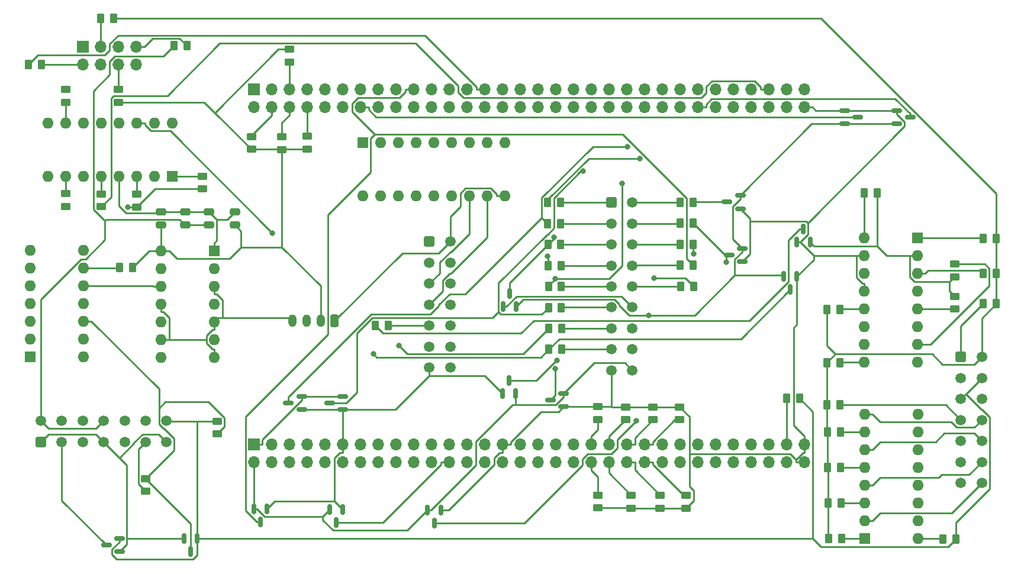
<source format=gbr>
%TF.GenerationSoftware,KiCad,Pcbnew,(6.0.9)*%
%TF.CreationDate,2022-12-05T20:20:54+01:00*%
%TF.ProjectId,projekt,70726f6a-656b-4742-9e6b-696361645f70,rev?*%
%TF.SameCoordinates,Original*%
%TF.FileFunction,Copper,L1,Top*%
%TF.FilePolarity,Positive*%
%FSLAX46Y46*%
G04 Gerber Fmt 4.6, Leading zero omitted, Abs format (unit mm)*
G04 Created by KiCad (PCBNEW (6.0.9)) date 2022-12-05 20:20:54*
%MOMM*%
%LPD*%
G01*
G04 APERTURE LIST*
G04 Aperture macros list*
%AMRoundRect*
0 Rectangle with rounded corners*
0 $1 Rounding radius*
0 $2 $3 $4 $5 $6 $7 $8 $9 X,Y pos of 4 corners*
0 Add a 4 corners polygon primitive as box body*
4,1,4,$2,$3,$4,$5,$6,$7,$8,$9,$2,$3,0*
0 Add four circle primitives for the rounded corners*
1,1,$1+$1,$2,$3*
1,1,$1+$1,$4,$5*
1,1,$1+$1,$6,$7*
1,1,$1+$1,$8,$9*
0 Add four rect primitives between the rounded corners*
20,1,$1+$1,$2,$3,$4,$5,0*
20,1,$1+$1,$4,$5,$6,$7,0*
20,1,$1+$1,$6,$7,$8,$9,0*
20,1,$1+$1,$8,$9,$2,$3,0*%
G04 Aperture macros list end*
%TA.AperFunction,SMDPad,CuDef*%
%ADD10RoundRect,0.250000X0.450000X-0.262500X0.450000X0.262500X-0.450000X0.262500X-0.450000X-0.262500X0*%
%TD*%
%TA.AperFunction,SMDPad,CuDef*%
%ADD11RoundRect,0.250000X-0.262500X-0.450000X0.262500X-0.450000X0.262500X0.450000X-0.262500X0.450000X0*%
%TD*%
%TA.AperFunction,SMDPad,CuDef*%
%ADD12RoundRect,0.250000X-0.450000X0.262500X-0.450000X-0.262500X0.450000X-0.262500X0.450000X0.262500X0*%
%TD*%
%TA.AperFunction,SMDPad,CuDef*%
%ADD13RoundRect,0.150000X-0.587500X-0.150000X0.587500X-0.150000X0.587500X0.150000X-0.587500X0.150000X0*%
%TD*%
%TA.AperFunction,SMDPad,CuDef*%
%ADD14RoundRect,0.150000X0.150000X-0.587500X0.150000X0.587500X-0.150000X0.587500X-0.150000X-0.587500X0*%
%TD*%
%TA.AperFunction,SMDPad,CuDef*%
%ADD15RoundRect,0.250000X0.262500X0.450000X-0.262500X0.450000X-0.262500X-0.450000X0.262500X-0.450000X0*%
%TD*%
%TA.AperFunction,SMDPad,CuDef*%
%ADD16RoundRect,0.150000X0.587500X0.150000X-0.587500X0.150000X-0.587500X-0.150000X0.587500X-0.150000X0*%
%TD*%
%TA.AperFunction,SMDPad,CuDef*%
%ADD17RoundRect,0.150000X-0.150000X0.587500X-0.150000X-0.587500X0.150000X-0.587500X0.150000X0.587500X0*%
%TD*%
%TA.AperFunction,ComponentPad*%
%ADD18R,1.700000X1.700000*%
%TD*%
%TA.AperFunction,ComponentPad*%
%ADD19O,1.700000X1.700000*%
%TD*%
%TA.AperFunction,SMDPad,CuDef*%
%ADD20RoundRect,0.250000X-0.475000X0.250000X-0.475000X-0.250000X0.475000X-0.250000X0.475000X0.250000X0*%
%TD*%
%TA.AperFunction,SMDPad,CuDef*%
%ADD21RoundRect,0.250000X0.475000X-0.250000X0.475000X0.250000X-0.475000X0.250000X-0.475000X-0.250000X0*%
%TD*%
%TA.AperFunction,ComponentPad*%
%ADD22R,1.600000X1.600000*%
%TD*%
%TA.AperFunction,ComponentPad*%
%ADD23O,1.600000X1.600000*%
%TD*%
%TA.AperFunction,ComponentPad*%
%ADD24RoundRect,0.250000X0.350000X0.650000X-0.350000X0.650000X-0.350000X-0.650000X0.350000X-0.650000X0*%
%TD*%
%TA.AperFunction,ComponentPad*%
%ADD25O,1.200000X1.800000*%
%TD*%
%TA.AperFunction,ComponentPad*%
%ADD26RoundRect,0.250001X-0.499999X0.499999X-0.499999X-0.499999X0.499999X-0.499999X0.499999X0.499999X0*%
%TD*%
%TA.AperFunction,ComponentPad*%
%ADD27C,1.500000*%
%TD*%
%TA.AperFunction,ComponentPad*%
%ADD28RoundRect,0.250001X-0.499999X-0.499999X0.499999X-0.499999X0.499999X0.499999X-0.499999X0.499999X0*%
%TD*%
%TA.AperFunction,ViaPad*%
%ADD29C,0.800000*%
%TD*%
%TA.AperFunction,Conductor*%
%ADD30C,0.250000*%
%TD*%
G04 APERTURE END LIST*
D10*
%TO.P,R4,1*%
%TO.N,S1.4*%
X111887000Y-79601700D03*
%TO.P,R4,2*%
%TO.N,GND*%
X111887000Y-77776700D03*
%TD*%
D11*
%TO.P,R15,1*%
%TO.N,VDD*%
X140794100Y-86410800D03*
%TO.P,R15,2*%
%TO.N,Net-(R15-Pad2)*%
X142619100Y-86410800D03*
%TD*%
%TO.P,R17,1*%
%TO.N,D0*%
X100763700Y-48539400D03*
%TO.P,R17,2*%
%TO.N,Net-(J4-Pad1)*%
X102588700Y-48539400D03*
%TD*%
%TO.P,R23,1*%
%TO.N,D6*%
X100941500Y-66522600D03*
%TO.P,R23,2*%
%TO.N,Net-(J4-Pad7)*%
X102766500Y-66522600D03*
%TD*%
D12*
%TO.P,R37,1*%
%TO.N,Net-(R37-Pad1)*%
X31851600Y-47245900D03*
%TO.P,R37,2*%
%TO.N,unconnected-(R37-Pad2)*%
X31851600Y-49070900D03*
%TD*%
D11*
%TO.P,R14,1*%
%TO.N,VDD*%
X140895700Y-91541600D03*
%TO.P,R14,2*%
%TO.N,Net-(R14-Pad2)*%
X142720700Y-91541600D03*
%TD*%
%TO.P,R22,1*%
%TO.N,D5*%
X100890700Y-63550800D03*
%TO.P,R22,2*%
%TO.N,Net-(J4-Pad6)*%
X102715700Y-63550800D03*
%TD*%
D12*
%TO.P,R28,1*%
%TO.N,+5V*%
X158978600Y-61952500D03*
%TO.P,R28,2*%
%TO.N,Net-(R28-Pad2)*%
X158978600Y-63777500D03*
%TD*%
D11*
%TO.P,R20,1*%
%TO.N,D3*%
X100839900Y-57556400D03*
%TO.P,R20,2*%
%TO.N,Net-(J4-Pad4)*%
X102664900Y-57556400D03*
%TD*%
D12*
%TO.P,R45,1*%
%TO.N,PLC4*%
X58394600Y-39092500D03*
%TO.P,R45,2*%
%TO.N,+5V*%
X58394600Y-40917500D03*
%TD*%
D13*
%TO.P,D7,1*%
%TO.N,GND*%
X150725900Y-35397400D03*
%TO.P,D7,2*%
%TO.N,+3.3V*%
X150725900Y-37297400D03*
%TO.P,D7,3*%
%TO.N,D0*%
X152600900Y-36347400D03*
%TD*%
D12*
%TO.P,R35,1*%
%TO.N,Net-(R35-Pad1)*%
X41986200Y-47347500D03*
%TO.P,R35,2*%
%TO.N,czujnik optyczny*%
X41986200Y-49172500D03*
%TD*%
%TO.P,R12,1*%
%TO.N,unconnected-(R12-Pad1)*%
X31826200Y-32361500D03*
%TO.P,R12,2*%
%TO.N,Net-(R12-Pad2)*%
X31826200Y-34186500D03*
%TD*%
D14*
%TO.P,D10,1*%
%TO.N,GND*%
X136387800Y-54201300D03*
%TO.P,D10,2*%
%TO.N,+5V*%
X138287800Y-54201300D03*
%TO.P,D10,3*%
%TO.N,Net-(D10-Pad3)*%
X137337800Y-52326300D03*
%TD*%
D15*
%TO.P,R30,1*%
%TO.N,+5V*%
X159129100Y-96672400D03*
%TO.P,R30,2*%
%TO.N,PLC3*%
X157304100Y-96672400D03*
%TD*%
D12*
%TO.P,R7,1*%
%TO.N,S2.3*%
X120573800Y-90451300D03*
%TO.P,R7,2*%
%TO.N,GND*%
X120573800Y-92276300D03*
%TD*%
D15*
%TO.P,R46,1*%
%TO.N,Net-(R46-Pad1)*%
X142542900Y-63804800D03*
%TO.P,R46,2*%
%TO.N,VDD*%
X140717900Y-63804800D03*
%TD*%
D16*
%TO.P,D11,1*%
%TO.N,GND*%
X128597900Y-57007800D03*
%TO.P,D11,2*%
%TO.N,+3.3V*%
X128597900Y-55107800D03*
%TO.P,D11,3*%
%TO.N,HSYNC*%
X126722900Y-56057800D03*
%TD*%
D11*
%TO.P,R11,1*%
%TO.N,VDD*%
X140692500Y-77495400D03*
%TO.P,R11,2*%
%TO.N,Net-(J1-Pad4)*%
X142517500Y-77495400D03*
%TD*%
D17*
%TO.P,D12,1*%
%TO.N,+5V*%
X50632400Y-96623900D03*
%TO.P,D12,2*%
%TO.N,GND*%
X48732400Y-96623900D03*
%TO.P,D12,3*%
%TO.N,Net-(D12-Pad3)*%
X49682400Y-98498900D03*
%TD*%
D15*
%TO.P,R9,1*%
%TO.N,VDD*%
X164894900Y-63017400D03*
%TO.P,R9,2*%
%TO.N,Net-(J1-Pad1)*%
X163069900Y-63017400D03*
%TD*%
D11*
%TO.P,R18,1*%
%TO.N,D1*%
X100763700Y-51536600D03*
%TO.P,R18,2*%
%TO.N,Net-(J4-Pad2)*%
X102588700Y-51536600D03*
%TD*%
D17*
%TO.P,D8,1*%
%TO.N,GND*%
X136408200Y-59108100D03*
%TO.P,D8,2*%
%TO.N,+3.3V*%
X134508200Y-59108100D03*
%TO.P,D8,3*%
%TO.N,D7*%
X135458200Y-60983100D03*
%TD*%
D12*
%TO.P,R5,1*%
%TO.N,S2.1*%
X116840000Y-90425900D03*
%TO.P,R5,2*%
%TO.N,GND*%
X116840000Y-92250900D03*
%TD*%
D17*
%TO.P,D16,1*%
%TO.N,GND*%
X85481200Y-92534500D03*
%TO.P,D16,2*%
%TO.N,+3.3V*%
X83581200Y-92534500D03*
%TO.P,D16,3*%
%TO.N,SDA*%
X84531200Y-94409500D03*
%TD*%
D11*
%TO.P,R13,1*%
%TO.N,VDD*%
X140971900Y-96647000D03*
%TO.P,R13,2*%
%TO.N,Net-(R13-Pad2)*%
X142796900Y-96647000D03*
%TD*%
D16*
%TO.P,D1,1*%
%TO.N,GND*%
X102994700Y-77759600D03*
%TO.P,D1,2*%
%TO.N,+3.3V*%
X102994700Y-75859600D03*
%TO.P,D1,3*%
%TO.N,D3*%
X101119700Y-76809600D03*
%TD*%
D11*
%TO.P,R44,1*%
%TO.N,PLC1*%
X146026500Y-47193200D03*
%TO.P,R44,2*%
%TO.N,+5V*%
X147851500Y-47193200D03*
%TD*%
D15*
%TO.P,R27,1*%
%TO.N,VDD*%
X164894900Y-58648600D03*
%TO.P,R27,2*%
%TO.N,Net-(R27-Pad2)*%
X163069900Y-58648600D03*
%TD*%
D11*
%TO.P,R53,1*%
%TO.N,Net-(J2-Pad3)*%
X36831900Y-22199600D03*
%TO.P,R53,2*%
%TO.N,VDD*%
X38656900Y-22199600D03*
%TD*%
D12*
%TO.P,R49,1*%
%TO.N,Net-(D12-Pad3)*%
X43256200Y-88038300D03*
%TO.P,R49,2*%
%TO.N,UART*%
X43256200Y-89863300D03*
%TD*%
D10*
%TO.P,R29,1*%
%TO.N,+5V*%
X158978600Y-59154700D03*
%TO.P,R29,2*%
%TO.N,Net-(R29-Pad2)*%
X158978600Y-57329700D03*
%TD*%
D15*
%TO.P,R47,1*%
%TO.N,GNDPWR*%
X142542900Y-71424800D03*
%TO.P,R47,2*%
%TO.N,VDD*%
X140717900Y-71424800D03*
%TD*%
D18*
%TO.P,P2,1,Pin_1*%
%TO.N,+3.3V*%
X58716000Y-83150000D03*
D19*
%TO.P,P2,2,Pin_2*%
X58716000Y-85690000D03*
%TO.P,P2,3,Pin_3*%
%TO.N,unconnected-(P2-Pad3)*%
X61256000Y-83150000D03*
%TO.P,P2,4,Pin_4*%
%TO.N,unconnected-(P2-Pad4)*%
X61256000Y-85690000D03*
%TO.P,P2,5,Pin_5*%
%TO.N,unconnected-(P2-Pad5)*%
X63796000Y-83150000D03*
%TO.P,P2,6,Pin_6*%
%TO.N,unconnected-(P2-Pad6)*%
X63796000Y-85690000D03*
%TO.P,P2,7,Pin_7*%
%TO.N,unconnected-(P2-Pad7)*%
X66336000Y-83150000D03*
%TO.P,P2,8,Pin_8*%
%TO.N,unconnected-(P2-Pad8)*%
X66336000Y-85690000D03*
%TO.P,P2,9,Pin_9*%
%TO.N,unconnected-(P2-Pad9)*%
X68876000Y-83150000D03*
%TO.P,P2,10,Pin_10*%
%TO.N,unconnected-(P2-Pad10)*%
X68876000Y-85690000D03*
%TO.P,P2,11,Pin_11*%
%TO.N,GND*%
X71416000Y-83150000D03*
%TO.P,P2,12,Pin_12*%
%TO.N,unconnected-(P2-Pad12)*%
X71416000Y-85690000D03*
%TO.P,P2,13,Pin_13*%
%TO.N,unconnected-(P2-Pad13)*%
X73956000Y-83150000D03*
%TO.P,P2,14,Pin_14*%
%TO.N,unconnected-(P2-Pad14)*%
X73956000Y-85690000D03*
%TO.P,P2,15,Pin_15*%
%TO.N,unconnected-(P2-Pad15)*%
X76496000Y-83150000D03*
%TO.P,P2,16,Pin_16*%
%TO.N,unconnected-(P2-Pad16)*%
X76496000Y-85690000D03*
%TO.P,P2,17,Pin_17*%
%TO.N,unconnected-(P2-Pad17)*%
X79036000Y-83150000D03*
%TO.P,P2,18,Pin_18*%
%TO.N,unconnected-(P2-Pad18)*%
X79036000Y-85690000D03*
%TO.P,P2,19,Pin_19*%
%TO.N,unconnected-(P2-Pad19)*%
X81576000Y-83150000D03*
%TO.P,P2,20,Pin_20*%
%TO.N,unconnected-(P2-Pad20)*%
X81576000Y-85690000D03*
%TO.P,P2,21,Pin_21*%
%TO.N,unconnected-(P2-Pad21)*%
X84116000Y-83150000D03*
%TO.P,P2,22,Pin_22*%
%TO.N,HSYNC*%
X84116000Y-85690000D03*
%TO.P,P2,23,Pin_23*%
%TO.N,unconnected-(P2-Pad23)*%
X86656000Y-83150000D03*
%TO.P,P2,24,Pin_24*%
%TO.N,PCLK*%
X86656000Y-85690000D03*
%TO.P,P2,25,Pin_25*%
%TO.N,unconnected-(P2-Pad25)*%
X89196000Y-83150000D03*
%TO.P,P2,26,Pin_26*%
%TO.N,unconnected-(P2-Pad26)*%
X89196000Y-85690000D03*
%TO.P,P2,27,Pin_27*%
%TO.N,unconnected-(P2-Pad27)*%
X91736000Y-83150000D03*
%TO.P,P2,28,Pin_28*%
%TO.N,unconnected-(P2-Pad28)*%
X91736000Y-85690000D03*
%TO.P,P2,29,Pin_29*%
%TO.N,GND*%
X94276000Y-83150000D03*
%TO.P,P2,30,Pin_30*%
%TO.N,unconnected-(P2-Pad30)*%
X94276000Y-85690000D03*
%TO.P,P2,31,Pin_31*%
%TO.N,unconnected-(P2-Pad31)*%
X96816000Y-83150000D03*
%TO.P,P2,32,Pin_32*%
%TO.N,unconnected-(P2-Pad32)*%
X96816000Y-85690000D03*
%TO.P,P2,33,Pin_33*%
%TO.N,unconnected-(P2-Pad33)*%
X99356000Y-83150000D03*
%TO.P,P2,34,Pin_34*%
%TO.N,unconnected-(P2-Pad34)*%
X99356000Y-85690000D03*
%TO.P,P2,35,Pin_35*%
%TO.N,unconnected-(P2-Pad35)*%
X101896000Y-83150000D03*
%TO.P,P2,36,Pin_36*%
%TO.N,unconnected-(P2-Pad36)*%
X101896000Y-85690000D03*
%TO.P,P2,37,Pin_37*%
%TO.N,unconnected-(P2-Pad37)*%
X104436000Y-83150000D03*
%TO.P,P2,38,Pin_38*%
%TO.N,unconnected-(P2-Pad38)*%
X104436000Y-85690000D03*
%TO.P,P2,39,Pin_39*%
%TO.N,S1.2*%
X106976000Y-83150000D03*
%TO.P,P2,40,Pin_40*%
%TO.N,S1.1*%
X106976000Y-85690000D03*
%TO.P,P2,41,Pin_41*%
%TO.N,S1.4*%
X109516000Y-83150000D03*
%TO.P,P2,42,Pin_42*%
%TO.N,S1.3*%
X109516000Y-85690000D03*
%TO.P,P2,43,Pin_43*%
%TO.N,S2.2*%
X112056000Y-83150000D03*
%TO.P,P2,44,Pin_44*%
%TO.N,S2.1*%
X112056000Y-85690000D03*
%TO.P,P2,45,Pin_45*%
%TO.N,S2.4*%
X114596000Y-83150000D03*
%TO.P,P2,46,Pin_46*%
%TO.N,S2.3*%
X114596000Y-85690000D03*
%TO.P,P2,47,Pin_47*%
%TO.N,unconnected-(P2-Pad47)*%
X117136000Y-83150000D03*
%TO.P,P2,48,Pin_48*%
%TO.N,unconnected-(P2-Pad48)*%
X117136000Y-85690000D03*
%TO.P,P2,49,Pin_49*%
%TO.N,unconnected-(P2-Pad49)*%
X119676000Y-83150000D03*
%TO.P,P2,50,Pin_50*%
%TO.N,unconnected-(P2-Pad50)*%
X119676000Y-85690000D03*
%TO.P,P2,51,Pin_51*%
%TO.N,unconnected-(P2-Pad51)*%
X122216000Y-83150000D03*
%TO.P,P2,52,Pin_52*%
%TO.N,unconnected-(P2-Pad52)*%
X122216000Y-85690000D03*
%TO.P,P2,53,Pin_53*%
%TO.N,unconnected-(P2-Pad53)*%
X124756000Y-83150000D03*
%TO.P,P2,54,Pin_54*%
%TO.N,unconnected-(P2-Pad54)*%
X124756000Y-85690000D03*
%TO.P,P2,55,Pin_55*%
%TO.N,unconnected-(P2-Pad55)*%
X127296000Y-83150000D03*
%TO.P,P2,56,Pin_56*%
%TO.N,unconnected-(P2-Pad56)*%
X127296000Y-85690000D03*
%TO.P,P2,57,Pin_57*%
%TO.N,unconnected-(P2-Pad57)*%
X129836000Y-83150000D03*
%TO.P,P2,58,Pin_58*%
%TO.N,unconnected-(P2-Pad58)*%
X129836000Y-85690000D03*
%TO.P,P2,59,Pin_59*%
%TO.N,unconnected-(P2-Pad59)*%
X132376000Y-83150000D03*
%TO.P,P2,60,Pin_60*%
%TO.N,unconnected-(P2-Pad60)*%
X132376000Y-85690000D03*
%TO.P,P2,61,Pin_61*%
%TO.N,uCOpt*%
X134916000Y-83150000D03*
%TO.P,P2,62,Pin_62*%
%TO.N,czujnik indukcyjny*%
X134916000Y-85690000D03*
%TO.P,P2,63,Pin_63*%
%TO.N,GND*%
X137456000Y-83150000D03*
%TO.P,P2,64,Pin_64*%
X137456000Y-85690000D03*
%TD*%
D10*
%TO.P,R32,1*%
%TO.N,PLC2*%
X63804800Y-28446100D03*
%TO.P,R32,2*%
%TO.N,+5V*%
X63804800Y-26621100D03*
%TD*%
D12*
%TO.P,R33,1*%
%TO.N,PLC5*%
X62738000Y-39117900D03*
%TO.P,R33,2*%
%TO.N,+5V*%
X62738000Y-40942900D03*
%TD*%
D10*
%TO.P,R51,1*%
%TO.N,+5V*%
X39344600Y-34186500D03*
%TO.P,R51,2*%
%TO.N,Net-(J2-Pad6)*%
X39344600Y-32361500D03*
%TD*%
D20*
%TO.P,C4,1*%
%TO.N,GND*%
X56032400Y-49875400D03*
%TO.P,C4,2*%
%TO.N,+5V*%
X56032400Y-51775400D03*
%TD*%
D10*
%TO.P,R8,1*%
%TO.N,S2.4*%
X119634000Y-79627100D03*
%TO.P,R8,2*%
%TO.N,GND*%
X119634000Y-77802100D03*
%TD*%
D14*
%TO.P,D3,1*%
%TO.N,GND*%
X94350800Y-63446900D03*
%TO.P,D3,2*%
%TO.N,+3.3V*%
X96250800Y-63446900D03*
%TO.P,D3,3*%
%TO.N,D2*%
X95300800Y-61571900D03*
%TD*%
D11*
%TO.P,R41,1*%
%TO.N,Net-(J4-Pad12)*%
X119737500Y-54533800D03*
%TO.P,R41,2*%
%TO.N,PCLK*%
X121562500Y-54533800D03*
%TD*%
D21*
%TO.P,C1,1*%
%TO.N,+5V*%
X45466000Y-51775400D03*
%TO.P,C1,2*%
%TO.N,GND*%
X45466000Y-49875400D03*
%TD*%
D15*
%TO.P,R25,1*%
%TO.N,+5V*%
X41374700Y-57810400D03*
%TO.P,R25,2*%
%TO.N,PG9*%
X39549700Y-57810400D03*
%TD*%
D11*
%TO.P,R24,1*%
%TO.N,D7*%
X100941500Y-69545200D03*
%TO.P,R24,2*%
%TO.N,Net-(J4-Pad8)*%
X102766500Y-69545200D03*
%TD*%
D10*
%TO.P,R2,1*%
%TO.N,S1.2*%
X107899200Y-79576300D03*
%TO.P,R2,2*%
%TO.N,GND*%
X107899200Y-77751300D03*
%TD*%
D12*
%TO.P,R34,1*%
%TO.N,Net-(R34-Pad1)*%
X51409600Y-44756700D03*
%TO.P,R34,2*%
%TO.N,czujnik optyczny*%
X51409600Y-46581700D03*
%TD*%
D11*
%TO.P,R50,1*%
%TO.N,+12V*%
X47322100Y-26111200D03*
%TO.P,R50,2*%
%TO.N,Net-(J2-Pad7)*%
X49147100Y-26111200D03*
%TD*%
D20*
%TO.P,C2,1*%
%TO.N,GND*%
X48895000Y-49850000D03*
%TO.P,C2,2*%
%TO.N,+12V*%
X48895000Y-51750000D03*
%TD*%
D15*
%TO.P,R38,1*%
%TO.N,Net-(J5-Pad5)*%
X77925300Y-66116200D03*
%TO.P,R38,2*%
%TO.N,Net-(D10-Pad3)*%
X76100300Y-66116200D03*
%TD*%
D12*
%TO.P,R1,1*%
%TO.N,S1.1*%
X107950000Y-90400500D03*
%TO.P,R1,2*%
%TO.N,GND*%
X107950000Y-92225500D03*
%TD*%
%TO.P,R3,1*%
%TO.N,S1.3*%
X112699800Y-90425900D03*
%TO.P,R3,2*%
%TO.N,GND*%
X112699800Y-92250900D03*
%TD*%
D11*
%TO.P,R21,1*%
%TO.N,D4*%
X100865300Y-60528200D03*
%TO.P,R21,2*%
%TO.N,Net-(J4-Pad5)*%
X102690300Y-60528200D03*
%TD*%
D12*
%TO.P,R36,1*%
%TO.N,Net-(R36-Pad1)*%
X36906200Y-47296700D03*
%TO.P,R36,2*%
%TO.N,reserved*%
X36906200Y-49121700D03*
%TD*%
D10*
%TO.P,R6,1*%
%TO.N,S2.2*%
X115798600Y-79627100D03*
%TO.P,R6,2*%
%TO.N,GND*%
X115798600Y-77802100D03*
%TD*%
D17*
%TO.P,D15,1*%
%TO.N,GND*%
X60614600Y-92382100D03*
%TO.P,D15,2*%
%TO.N,+3.3V*%
X58714600Y-92382100D03*
%TO.P,D15,3*%
%TO.N,SCL*%
X59664600Y-94257100D03*
%TD*%
D11*
%TO.P,R16,1*%
%TO.N,VDD*%
X140794100Y-81381600D03*
%TO.P,R16,2*%
%TO.N,Net-(R16-Pad2)*%
X142619100Y-81381600D03*
%TD*%
D16*
%TO.P,D4,1*%
%TO.N,GND*%
X71422500Y-78191400D03*
%TO.P,D4,2*%
%TO.N,+3.3V*%
X71422500Y-76291400D03*
%TO.P,D4,3*%
%TO.N,D5*%
X69547500Y-77241400D03*
%TD*%
D14*
%TO.P,D2,1*%
%TO.N,GND*%
X94274600Y-75842100D03*
%TO.P,D2,2*%
%TO.N,+3.3V*%
X96174600Y-75842100D03*
%TO.P,D2,3*%
%TO.N,D4*%
X95224600Y-73967100D03*
%TD*%
D11*
%TO.P,R39,1*%
%TO.N,Net-(J4-Pad10)*%
X119712100Y-48514000D03*
%TO.P,R39,2*%
%TO.N,VSYNC*%
X121537100Y-48514000D03*
%TD*%
D12*
%TO.P,R48,1*%
%TO.N,+5V*%
X53467000Y-79834100D03*
%TO.P,R48,2*%
%TO.N,Net-(D12-Pad3)*%
X53467000Y-81659100D03*
%TD*%
D15*
%TO.P,R10,1*%
%TO.N,+5V*%
X136777100Y-76581000D03*
%TO.P,R10,2*%
%TO.N,uCOpt*%
X134952100Y-76581000D03*
%TD*%
D11*
%TO.P,R19,1*%
%TO.N,D2*%
X100789100Y-54533800D03*
%TO.P,R19,2*%
%TO.N,Net-(J4-Pad3)*%
X102614100Y-54533800D03*
%TD*%
%TO.P,R52,1*%
%TO.N,Net-(P1-Pad27)*%
X26496000Y-28778200D03*
%TO.P,R52,2*%
%TO.N,Net-(J2-Pad2)*%
X28321000Y-28778200D03*
%TD*%
D18*
%TO.P,J2,1,Pin_1*%
%TO.N,GND*%
X34300000Y-26269000D03*
D19*
%TO.P,J2,2,Pin_2*%
%TO.N,Net-(J2-Pad2)*%
X34300000Y-28809000D03*
%TO.P,J2,3,Pin_3*%
%TO.N,Net-(J2-Pad3)*%
X36840000Y-26269000D03*
%TO.P,J2,4,Pin_4*%
%TO.N,GNDPWR*%
X36840000Y-28809000D03*
%TO.P,J2,5,Pin_5*%
%TO.N,GND*%
X39380000Y-26269000D03*
%TO.P,J2,6,Pin_6*%
%TO.N,Net-(J2-Pad6)*%
X39380000Y-28809000D03*
%TO.P,J2,7,Pin_7*%
%TO.N,Net-(J2-Pad7)*%
X41920000Y-26269000D03*
%TO.P,J2,8,Pin_8*%
%TO.N,GND*%
X41920000Y-28809000D03*
%TD*%
D11*
%TO.P,R43,1*%
%TO.N,Net-(J4-Pad14)*%
X119788300Y-60553600D03*
%TO.P,R43,2*%
%TO.N,SDA*%
X121613300Y-60553600D03*
%TD*%
D15*
%TO.P,R26,1*%
%TO.N,VDD*%
X164894900Y-53644800D03*
%TO.P,R26,2*%
%TO.N,Net-(R26-Pad2)*%
X163069900Y-53644800D03*
%TD*%
D11*
%TO.P,R40,1*%
%TO.N,Net-(J4-Pad11)*%
X119737500Y-51511200D03*
%TO.P,R40,2*%
%TO.N,HSYNC*%
X121562500Y-51511200D03*
%TD*%
D17*
%TO.P,D14,1*%
%TO.N,GND*%
X71460400Y-92483700D03*
%TO.P,D14,2*%
%TO.N,+3.3V*%
X69560400Y-92483700D03*
%TO.P,D14,3*%
%TO.N,PCLK*%
X70510400Y-94358700D03*
%TD*%
D16*
%TO.P,D9,1*%
%TO.N,GND*%
X128293100Y-49413200D03*
%TO.P,D9,2*%
%TO.N,+3.3V*%
X128293100Y-47513200D03*
%TO.P,D9,3*%
%TO.N,VSYNC*%
X126418100Y-48463200D03*
%TD*%
%TO.P,D13,1*%
%TO.N,GND*%
X39494700Y-98511400D03*
%TO.P,D13,2*%
%TO.N,+5V*%
X39494700Y-96611400D03*
%TO.P,D13,3*%
%TO.N,PWM*%
X37619700Y-97561400D03*
%TD*%
D18*
%TO.P,P1,1,Pin_1*%
%TO.N,+3.3V*%
X58715000Y-32344000D03*
D19*
%TO.P,P1,2,Pin_2*%
X58715000Y-34884000D03*
%TO.P,P1,3,Pin_3*%
%TO.N,PLC 1*%
X61255000Y-32344000D03*
%TO.P,P1,4,Pin_4*%
%TO.N,PLC4*%
X61255000Y-34884000D03*
%TO.P,P1,5,Pin_5*%
%TO.N,PLC2*%
X63795000Y-32344000D03*
%TO.P,P1,6,Pin_6*%
%TO.N,PLC5*%
X63795000Y-34884000D03*
%TO.P,P1,7,Pin_7*%
%TO.N,PLC3*%
X66335000Y-32344000D03*
%TO.P,P1,8,Pin_8*%
%TO.N,PLC6*%
X66335000Y-34884000D03*
%TO.P,P1,9,Pin_9*%
%TO.N,unconnected-(P1-Pad9)*%
X68875000Y-32344000D03*
%TO.P,P1,10,Pin_10*%
%TO.N,unconnected-(P1-Pad10)*%
X68875000Y-34884000D03*
%TO.P,P1,11,Pin_11*%
%TO.N,D7*%
X71415000Y-32344000D03*
%TO.P,P1,12,Pin_12*%
%TO.N,unconnected-(P1-Pad12)*%
X71415000Y-34884000D03*
%TO.P,P1,13,Pin_13*%
%TO.N,unconnected-(P1-Pad13)*%
X73955000Y-32344000D03*
%TO.P,P1,14,Pin_14*%
%TO.N,D6*%
X73955000Y-34884000D03*
%TO.P,P1,15,Pin_15*%
%TO.N,unconnected-(P1-Pad15)*%
X76495000Y-32344000D03*
%TO.P,P1,16,Pin_16*%
%TO.N,unconnected-(P1-Pad16)*%
X76495000Y-34884000D03*
%TO.P,P1,17,Pin_17*%
%TO.N,D2*%
X79035000Y-32344000D03*
%TO.P,P1,18,Pin_18*%
%TO.N,D3*%
X79035000Y-34884000D03*
%TO.P,P1,19,Pin_19*%
%TO.N,SCL*%
X81575000Y-32344000D03*
%TO.P,P1,20,Pin_20*%
%TO.N,SDA*%
X81575000Y-34884000D03*
%TO.P,P1,21,Pin_21*%
%TO.N,unconnected-(P1-Pad21)*%
X84115000Y-32344000D03*
%TO.P,P1,22,Pin_22*%
%TO.N,unconnected-(P1-Pad22)*%
X84115000Y-34884000D03*
%TO.P,P1,23,Pin_23*%
%TO.N,unconnected-(P1-Pad23)*%
X86655000Y-32344000D03*
%TO.P,P1,24,Pin_24*%
%TO.N,unconnected-(P1-Pad24)*%
X86655000Y-34884000D03*
%TO.P,P1,25,Pin_25*%
%TO.N,unconnected-(P1-Pad25)*%
X89195000Y-32344000D03*
%TO.P,P1,26,Pin_26*%
%TO.N,unconnected-(P1-Pad26)*%
X89195000Y-34884000D03*
%TO.P,P1,27,Pin_27*%
%TO.N,Net-(P1-Pad27)*%
X91735000Y-32344000D03*
%TO.P,P1,28,Pin_28*%
%TO.N,unconnected-(P1-Pad28)*%
X91735000Y-34884000D03*
%TO.P,P1,29,Pin_29*%
%TO.N,unconnected-(P1-Pad29)*%
X94275000Y-32344000D03*
%TO.P,P1,30,Pin_30*%
%TO.N,PG14*%
X94275000Y-34884000D03*
%TO.P,P1,31,Pin_31*%
%TO.N,unconnected-(P1-Pad31)*%
X96815000Y-32344000D03*
%TO.P,P1,32,Pin_32*%
%TO.N,unconnected-(P1-Pad32)*%
X96815000Y-34884000D03*
%TO.P,P1,33,Pin_33*%
%TO.N,unconnected-(P1-Pad33)*%
X99355000Y-32344000D03*
%TO.P,P1,34,Pin_34*%
%TO.N,unconnected-(P1-Pad34)*%
X99355000Y-34884000D03*
%TO.P,P1,35,Pin_35*%
%TO.N,unconnected-(P1-Pad35)*%
X101895000Y-32344000D03*
%TO.P,P1,36,Pin_36*%
%TO.N,unconnected-(P1-Pad36)*%
X101895000Y-34884000D03*
%TO.P,P1,37,Pin_37*%
%TO.N,unconnected-(P1-Pad37)*%
X104435000Y-32344000D03*
%TO.P,P1,38,Pin_38*%
%TO.N,unconnected-(P1-Pad38)*%
X104435000Y-34884000D03*
%TO.P,P1,39,Pin_39*%
%TO.N,D5*%
X106975000Y-32344000D03*
%TO.P,P1,40,Pin_40*%
%TO.N,unconnected-(P1-Pad40)*%
X106975000Y-34884000D03*
%TO.P,P1,41,Pin_41*%
%TO.N,unconnected-(P1-Pad41)*%
X109515000Y-32344000D03*
%TO.P,P1,42,Pin_42*%
%TO.N,unconnected-(P1-Pad42)*%
X109515000Y-34884000D03*
%TO.P,P1,43,Pin_43*%
%TO.N,unconnected-(P1-Pad43)*%
X112055000Y-32344000D03*
%TO.P,P1,44,Pin_44*%
%TO.N,D4*%
X112055000Y-34884000D03*
%TO.P,P1,45,Pin_45*%
%TO.N,unconnected-(P1-Pad45)*%
X114595000Y-32344000D03*
%TO.P,P1,46,Pin_46*%
%TO.N,unconnected-(P1-Pad46)*%
X114595000Y-34884000D03*
%TO.P,P1,47,Pin_47*%
%TO.N,unconnected-(P1-Pad47)*%
X117135000Y-32344000D03*
%TO.P,P1,48,Pin_48*%
%TO.N,unconnected-(P1-Pad48)*%
X117135000Y-34884000D03*
%TO.P,P1,49,Pin_49*%
%TO.N,unconnected-(P1-Pad49)*%
X119675000Y-32344000D03*
%TO.P,P1,50,Pin_50*%
%TO.N,unconnected-(P1-Pad50)*%
X119675000Y-34884000D03*
%TO.P,P1,51,Pin_51*%
%TO.N,D1*%
X122215000Y-32344000D03*
%TO.P,P1,52,Pin_52*%
%TO.N,D0*%
X122215000Y-34884000D03*
%TO.P,P1,53,Pin_53*%
%TO.N,unconnected-(P1-Pad53)*%
X124755000Y-32344000D03*
%TO.P,P1,54,Pin_54*%
%TO.N,unconnected-(P1-Pad54)*%
X124755000Y-34884000D03*
%TO.P,P1,55,Pin_55*%
%TO.N,unconnected-(P1-Pad55)*%
X127295000Y-32344000D03*
%TO.P,P1,56,Pin_56*%
%TO.N,unconnected-(P1-Pad56)*%
X127295000Y-34884000D03*
%TO.P,P1,57,Pin_57*%
%TO.N,PWM*%
X129835000Y-32344000D03*
%TO.P,P1,58,Pin_58*%
%TO.N,unconnected-(P1-Pad58)*%
X129835000Y-34884000D03*
%TO.P,P1,59,Pin_59*%
%TO.N,reserved*%
X132375000Y-32344000D03*
%TO.P,P1,60,Pin_60*%
%TO.N,unconnected-(P1-Pad60)*%
X132375000Y-34884000D03*
%TO.P,P1,61,Pin_61*%
%TO.N,uCksztLSB*%
X134915000Y-32344000D03*
%TO.P,P1,62,Pin_62*%
%TO.N,uCksztMSB*%
X134915000Y-34884000D03*
%TO.P,P1,63,Pin_63*%
%TO.N,GND*%
X137455000Y-32344000D03*
%TO.P,P1,64,Pin_64*%
X137455000Y-34884000D03*
%TD*%
D16*
%TO.P,D5,1*%
%TO.N,GND*%
X65555100Y-78191400D03*
%TO.P,D5,2*%
%TO.N,+3.3V*%
X65555100Y-76291400D03*
%TO.P,D5,3*%
%TO.N,D1*%
X63680100Y-77241400D03*
%TD*%
D20*
%TO.P,C3,1*%
%TO.N,GND*%
X52324000Y-49875400D03*
%TO.P,C3,2*%
%TO.N,+12V*%
X52324000Y-51775400D03*
%TD*%
D13*
%TO.P,D6,1*%
%TO.N,GND*%
X143232900Y-35372000D03*
%TO.P,D6,2*%
%TO.N,+3.3V*%
X143232900Y-37272000D03*
%TO.P,D6,3*%
%TO.N,D6*%
X145107900Y-36322000D03*
%TD*%
D11*
%TO.P,R42,1*%
%TO.N,Net-(J4-Pad13)*%
X119737500Y-57531000D03*
%TO.P,R42,2*%
%TO.N,SCL*%
X121562500Y-57531000D03*
%TD*%
D12*
%TO.P,R31,1*%
%TO.N,PLC6*%
X66344800Y-39067100D03*
%TO.P,R31,2*%
%TO.N,+5V*%
X66344800Y-40892100D03*
%TD*%
D22*
%TO.P,U7,1,I1*%
%TO.N,S1.1*%
X74295000Y-39979600D03*
D23*
%TO.P,U7,2,I2*%
%TO.N,S1.2*%
X76835000Y-39979600D03*
%TO.P,U7,3,I3*%
%TO.N,S1.3*%
X79375000Y-39979600D03*
%TO.P,U7,4,I4*%
%TO.N,S1.4*%
X81915000Y-39979600D03*
%TO.P,U7,5,I5*%
%TO.N,S2.1*%
X84455000Y-39979600D03*
%TO.P,U7,6,I6*%
%TO.N,S2.2*%
X86995000Y-39979600D03*
%TO.P,U7,7,I7*%
%TO.N,S2.3*%
X89535000Y-39979600D03*
%TO.P,U7,8,I8*%
%TO.N,S2.4*%
X92075000Y-39979600D03*
%TO.P,U7,9,GND*%
%TO.N,GND*%
X94615000Y-39979600D03*
%TO.P,U7,10,COM*%
%TO.N,+12V*%
X94615000Y-47599600D03*
%TO.P,U7,11,O8*%
%TO.N,Net-(J5-Pad4)*%
X92075000Y-47599600D03*
%TO.P,U7,12,O7*%
%TO.N,Net-(J5-Pad3)*%
X89535000Y-47599600D03*
%TO.P,U7,13,O6*%
%TO.N,Net-(J5-Pad2)*%
X86995000Y-47599600D03*
%TO.P,U7,14,O5*%
%TO.N,Net-(J5-Pad1)*%
X84455000Y-47599600D03*
%TO.P,U7,15,O4*%
%TO.N,Net-(J5-Pad14)*%
X81915000Y-47599600D03*
%TO.P,U7,16,O3*%
%TO.N,Net-(J5-Pad13)*%
X79375000Y-47599600D03*
%TO.P,U7,17,O2*%
%TO.N,Net-(J5-Pad12)*%
X76835000Y-47599600D03*
%TO.P,U7,18,O1*%
%TO.N,Net-(J5-Pad11)*%
X74295000Y-47599600D03*
%TD*%
D22*
%TO.P,U1,1,1A*%
%TO.N,GND*%
X53101400Y-55417800D03*
D23*
%TO.P,U1,2,1Y*%
%TO.N,unconnected-(U1-Pad2)*%
X53101400Y-57957800D03*
%TO.P,U1,3,2A*%
%TO.N,GND*%
X53101400Y-60497800D03*
%TO.P,U1,4,2Y*%
%TO.N,unconnected-(U1-Pad4)*%
X53101400Y-63037800D03*
%TO.P,U1,5,3A*%
%TO.N,GND*%
X53101400Y-65577800D03*
%TO.P,U1,6,3Y*%
%TO.N,unconnected-(U1-Pad6)*%
X53101400Y-68117800D03*
%TO.P,U1,7,GND*%
%TO.N,GND*%
X53101400Y-70657800D03*
%TO.P,U1,8,4Y*%
%TO.N,unconnected-(U1-Pad8)*%
X45481400Y-70657800D03*
%TO.P,U1,9,4A*%
%TO.N,GND*%
X45481400Y-68117800D03*
%TO.P,U1,10,5Y*%
%TO.N,unconnected-(U1-Pad10)*%
X45481400Y-65577800D03*
%TO.P,U1,11,5A*%
%TO.N,GND*%
X45481400Y-63037800D03*
%TO.P,U1,12,6Y*%
%TO.N,Net-(U1-Pad12)*%
X45481400Y-60497800D03*
%TO.P,U1,13,6A*%
%TO.N,PG13*%
X45481400Y-57957800D03*
%TO.P,U1,14,VCC*%
%TO.N,+5V*%
X45481400Y-55417800D03*
%TD*%
D22*
%TO.P,U6,1,1A*%
%TO.N,Net-(R13-Pad2)*%
X146085400Y-96606600D03*
D23*
%TO.P,U6,2,1K*%
%TO.N,Net-(J1-Pad14)*%
X146085400Y-94066600D03*
%TO.P,U6,3,2A*%
%TO.N,Net-(R14-Pad2)*%
X146085400Y-91526600D03*
%TO.P,U6,4,2K*%
%TO.N,Net-(J1-Pad13)*%
X146085400Y-88986600D03*
%TO.P,U6,5,3A*%
%TO.N,Net-(R15-Pad2)*%
X146085400Y-86446600D03*
%TO.P,U6,6,3K*%
%TO.N,Net-(J1-Pad12)*%
X146085400Y-83906600D03*
%TO.P,U6,7,4A*%
%TO.N,Net-(R16-Pad2)*%
X146085400Y-81366600D03*
%TO.P,U6,8,4K*%
%TO.N,Net-(J1-Pad11)*%
X146085400Y-78826600D03*
%TO.P,U6,9,1E*%
%TO.N,GND*%
X153705400Y-78826600D03*
%TO.P,U6,10,1C*%
%TO.N,PLC5*%
X153705400Y-81366600D03*
%TO.P,U6,11,2E*%
%TO.N,GND*%
X153705400Y-83906600D03*
%TO.P,U6,12,2C*%
%TO.N,PLC2*%
X153705400Y-86446600D03*
%TO.P,U6,13,3E*%
%TO.N,GND*%
X153705400Y-88986600D03*
%TO.P,U6,14*%
%TO.N,N/C*%
X153705400Y-91526600D03*
%TO.P,U6,15,4E*%
%TO.N,GND*%
X153705400Y-94066600D03*
%TO.P,U6,16,4C*%
%TO.N,PLC3*%
X153705400Y-96606600D03*
%TD*%
D24*
%TO.P,J6,1,Pin_1*%
%TO.N,+12V*%
X70281800Y-65481200D03*
D25*
%TO.P,J6,2,Pin_2*%
%TO.N,+5V*%
X68281800Y-65481200D03*
%TO.P,J6,3,Pin_3*%
%TO.N,unconnected-(J6-Pad3)*%
X66281800Y-65481200D03*
%TO.P,J6,4,Pin_4*%
%TO.N,GND*%
X64281800Y-65481200D03*
%TD*%
D26*
%TO.P,J4,1,Pin_1*%
%TO.N,Net-(J4-Pad1)*%
X109880000Y-48534000D03*
D27*
%TO.P,J4,2,Pin_2*%
%TO.N,Net-(J4-Pad2)*%
X109880000Y-51534000D03*
%TO.P,J4,3,Pin_3*%
%TO.N,Net-(J4-Pad3)*%
X109880000Y-54534000D03*
%TO.P,J4,4,Pin_4*%
%TO.N,Net-(J4-Pad4)*%
X109880000Y-57534000D03*
%TO.P,J4,5,Pin_5*%
%TO.N,Net-(J4-Pad5)*%
X109880000Y-60534000D03*
%TO.P,J4,6,Pin_6*%
%TO.N,Net-(J4-Pad6)*%
X109880000Y-63534000D03*
%TO.P,J4,7,Pin_7*%
%TO.N,Net-(J4-Pad7)*%
X109880000Y-66534000D03*
%TO.P,J4,8,Pin_8*%
%TO.N,Net-(J4-Pad8)*%
X109880000Y-69534000D03*
%TO.P,J4,9,Pin_9*%
%TO.N,GND*%
X109880000Y-72534000D03*
%TO.P,J4,10,Pin_10*%
%TO.N,Net-(J4-Pad10)*%
X112880000Y-48534000D03*
%TO.P,J4,11,Pin_11*%
%TO.N,Net-(J4-Pad11)*%
X112880000Y-51534000D03*
%TO.P,J4,12,Pin_12*%
%TO.N,Net-(J4-Pad12)*%
X112880000Y-54534000D03*
%TO.P,J4,13,Pin_13*%
%TO.N,Net-(J4-Pad13)*%
X112880000Y-57534000D03*
%TO.P,J4,14,Pin_14*%
%TO.N,Net-(J4-Pad14)*%
X112880000Y-60534000D03*
%TO.P,J4,15,Pin_15*%
%TO.N,GND*%
X112880000Y-63534000D03*
%TO.P,J4,16,Pin_16*%
X112880000Y-66534000D03*
%TO.P,J4,17,Pin_17*%
X112880000Y-69534000D03*
%TO.P,J4,18,Pin_18*%
%TO.N,+3.3V*%
X112880000Y-72534000D03*
%TD*%
D26*
%TO.P,J5,1,Pin_1*%
%TO.N,Net-(J5-Pad1)*%
X83840000Y-54134000D03*
D27*
%TO.P,J5,2,Pin_2*%
%TO.N,Net-(J5-Pad2)*%
X83840000Y-57134000D03*
%TO.P,J5,3,Pin_3*%
%TO.N,Net-(J5-Pad3)*%
X83840000Y-60134000D03*
%TO.P,J5,4,Pin_4*%
%TO.N,Net-(J5-Pad4)*%
X83840000Y-63134000D03*
%TO.P,J5,5,Pin_5*%
%TO.N,Net-(J5-Pad5)*%
X83840000Y-66134000D03*
%TO.P,J5,6,Pin_6*%
%TO.N,unconnected-(J5-Pad6)*%
X83840000Y-69134000D03*
%TO.P,J5,7,Pin_7*%
%TO.N,GND*%
X83840000Y-72134000D03*
%TO.P,J5,8,Pin_8*%
%TO.N,+12V*%
X86840000Y-54134000D03*
%TO.P,J5,9,Pin_9*%
%TO.N,unconnected-(J5-Pad9)*%
X86840000Y-57134000D03*
%TO.P,J5,10,Pin_10*%
%TO.N,unconnected-(J5-Pad10)*%
X86840000Y-60134000D03*
%TO.P,J5,11,Pin_11*%
%TO.N,Net-(J5-Pad11)*%
X86840000Y-63134000D03*
%TO.P,J5,12,Pin_12*%
%TO.N,Net-(J5-Pad12)*%
X86840000Y-66134000D03*
%TO.P,J5,13,Pin_13*%
%TO.N,Net-(J5-Pad13)*%
X86840000Y-69134000D03*
%TO.P,J5,14,Pin_14*%
%TO.N,Net-(J5-Pad14)*%
X86840000Y-72134000D03*
%TD*%
D22*
%TO.P,U3,1,1A*%
%TO.N,Net-(R26-Pad2)*%
X153660000Y-53609000D03*
D23*
%TO.P,U3,2,1K*%
%TO.N,+5V*%
X153660000Y-56149000D03*
%TO.P,U3,3,2A*%
%TO.N,Net-(R27-Pad2)*%
X153660000Y-58689000D03*
%TO.P,U3,4,2K*%
%TO.N,Net-(J1-Pad10)*%
X153660000Y-61229000D03*
%TO.P,U3,5,3A*%
%TO.N,Net-(R28-Pad2)*%
X153660000Y-63769000D03*
%TO.P,U3,6,3K*%
%TO.N,uCksztLSB*%
X153660000Y-66309000D03*
%TO.P,U3,7,4A*%
%TO.N,Net-(R29-Pad2)*%
X153660000Y-68849000D03*
%TO.P,U3,8,4K*%
%TO.N,uCksztMSB*%
X153660000Y-71389000D03*
%TO.P,U3,9,1E*%
%TO.N,GNDPWR*%
X146040000Y-71389000D03*
%TO.P,U3,10,1C*%
X146040000Y-68849000D03*
%TO.P,U3,11,2E*%
X146040000Y-66309000D03*
%TO.P,U3,12,2C*%
%TO.N,Net-(R46-Pad1)*%
X146040000Y-63769000D03*
%TO.P,U3,13,3E*%
%TO.N,GND*%
X146040000Y-61229000D03*
%TO.P,U3,14*%
%TO.N,N/C*%
X146040000Y-58689000D03*
%TO.P,U3,15,4E*%
%TO.N,GND*%
X146040000Y-56149000D03*
%TO.P,U3,16,4C*%
%TO.N,PLC1*%
X146040000Y-53609000D03*
%TD*%
D28*
%TO.P,J7,1,Pin_1*%
%TO.N,GND*%
X28244800Y-82778600D03*
D27*
%TO.P,J7,2,Pin_2*%
%TO.N,PWM*%
X31244800Y-82778600D03*
%TO.P,J7,3,Pin_3*%
%TO.N,czujnik optyczny*%
X34244800Y-82778600D03*
%TO.P,J7,4,Pin_4*%
%TO.N,GND*%
X37244800Y-82778600D03*
%TO.P,J7,5,Pin_5*%
%TO.N,unconnected-(J7-Pad5)*%
X40244800Y-82778600D03*
%TO.P,J7,6,Pin_6*%
%TO.N,UART*%
X43244800Y-82778600D03*
%TO.P,J7,7,Pin_7*%
%TO.N,GND*%
X46244800Y-82778600D03*
%TO.P,J7,8,Pin_8*%
%TO.N,+12V*%
X28244800Y-79778600D03*
%TO.P,J7,9,Pin_9*%
%TO.N,unconnected-(J7-Pad9)*%
X31244800Y-79778600D03*
%TO.P,J7,10,Pin_10*%
%TO.N,unconnected-(J7-Pad10)*%
X34244800Y-79778600D03*
%TO.P,J7,11,Pin_11*%
%TO.N,+12V*%
X37244800Y-79778600D03*
%TO.P,J7,12,Pin_12*%
%TO.N,unconnected-(J7-Pad12)*%
X40244800Y-79778600D03*
%TO.P,J7,13,Pin_13*%
%TO.N,unconnected-(J7-Pad13)*%
X43244800Y-79778600D03*
%TO.P,J7,14,Pin_14*%
%TO.N,+5V*%
X46244800Y-79778600D03*
%TD*%
D22*
%TO.P,U4,1,1A*%
%TO.N,Net-(R34-Pad1)*%
X47076600Y-44770200D03*
D23*
%TO.P,U4,2,1K*%
%TO.N,GND*%
X44536600Y-44770200D03*
%TO.P,U4,3,2A*%
%TO.N,Net-(R35-Pad1)*%
X41996600Y-44770200D03*
%TO.P,U4,4,2K*%
%TO.N,GND*%
X39456600Y-44770200D03*
%TO.P,U4,5,3A*%
%TO.N,Net-(R36-Pad1)*%
X36916600Y-44770200D03*
%TO.P,U4,6,3K*%
%TO.N,GND*%
X34376600Y-44770200D03*
%TO.P,U4,7,4A*%
%TO.N,Net-(R37-Pad1)*%
X31836600Y-44770200D03*
%TO.P,U4,8,4K*%
%TO.N,unconnected-(U4-Pad8)*%
X29296600Y-44770200D03*
%TO.P,U4,9,1E*%
%TO.N,GND*%
X29296600Y-37150200D03*
%TO.P,U4,10,1C*%
%TO.N,Net-(R12-Pad2)*%
X31836600Y-37150200D03*
%TO.P,U4,11,2E*%
%TO.N,GND*%
X34376600Y-37150200D03*
%TO.P,U4,12,2C*%
%TO.N,Net-(J1-Pad4)*%
X36916600Y-37150200D03*
%TO.P,U4,13,3E*%
%TO.N,GND*%
X39456600Y-37150200D03*
%TO.P,U4,14,3C*%
%TO.N,uCOpt*%
X41996600Y-37150200D03*
%TO.P,U4,15,4E*%
%TO.N,GNDPWR*%
X44536600Y-37150200D03*
%TO.P,U4,16,4C*%
%TO.N,Net-(J1-Pad1)*%
X47076600Y-37150200D03*
%TD*%
D26*
%TO.P,J1,1,Pin_1*%
%TO.N,Net-(J1-Pad1)*%
X159840000Y-70646000D03*
D27*
%TO.P,J1,2,Pin_2*%
%TO.N,GNDPWR*%
X159840000Y-73646000D03*
%TO.P,J1,3,Pin_3*%
%TO.N,+5V*%
X159840000Y-76646000D03*
%TO.P,J1,4,Pin_4*%
%TO.N,Net-(J1-Pad4)*%
X159840000Y-79646000D03*
%TO.P,J1,5,Pin_5*%
%TO.N,unconnected-(J1-Pad5)*%
X159840000Y-82646000D03*
%TO.P,J1,6,Pin_6*%
%TO.N,unconnected-(J1-Pad6)*%
X159840000Y-85646000D03*
%TO.P,J1,7,Pin_7*%
%TO.N,GNDPWR*%
X159840000Y-88646000D03*
%TO.P,J1,8,Pin_8*%
%TO.N,VDD*%
X162840000Y-70646000D03*
%TO.P,J1,9,Pin_9*%
%TO.N,+5V*%
X162840000Y-73646000D03*
%TO.P,J1,10,Pin_10*%
%TO.N,Net-(J1-Pad10)*%
X162840000Y-76646000D03*
%TO.P,J1,11,Pin_11*%
%TO.N,Net-(J1-Pad11)*%
X162840000Y-79646000D03*
%TO.P,J1,12,Pin_12*%
%TO.N,Net-(J1-Pad12)*%
X162840000Y-82646000D03*
%TO.P,J1,13,Pin_13*%
%TO.N,Net-(J1-Pad13)*%
X162840000Y-85646000D03*
%TO.P,J1,14,Pin_14*%
%TO.N,Net-(J1-Pad14)*%
X162840000Y-88646000D03*
%TD*%
D22*
%TO.P,U5,1,1OE*%
%TO.N,GND*%
X26705400Y-70591600D03*
D23*
%TO.P,U5,2,1A*%
X26705400Y-68051600D03*
%TO.P,U5,3,1Y*%
%TO.N,unconnected-(U5-Pad3)*%
X26705400Y-65511600D03*
%TO.P,U5,4,2OE*%
%TO.N,GND*%
X26705400Y-62971600D03*
%TO.P,U5,5,2A*%
X26705400Y-60431600D03*
%TO.P,U5,6,2Y*%
%TO.N,unconnected-(U5-Pad6)*%
X26705400Y-57891600D03*
%TO.P,U5,7,GND*%
%TO.N,GND*%
X26705400Y-55351600D03*
%TO.P,U5,8,3Y*%
%TO.N,Net-(D12-Pad3)*%
X34325400Y-55351600D03*
%TO.P,U5,9,3A*%
%TO.N,PG9*%
X34325400Y-57891600D03*
%TO.P,U5,10,3OE*%
%TO.N,Net-(U1-Pad12)*%
X34325400Y-60431600D03*
%TO.P,U5,11,4Y*%
%TO.N,PG14*%
X34325400Y-62971600D03*
%TO.P,U5,12,4A*%
%TO.N,Net-(D12-Pad3)*%
X34325400Y-65511600D03*
%TO.P,U5,13,4OE*%
%TO.N,PG13*%
X34325400Y-68051600D03*
%TO.P,U5,14,VCC*%
%TO.N,+5V*%
X34325400Y-70591600D03*
%TD*%
D29*
%TO.N,+3.3V*%
X115252900Y-64687100D03*
%TO.N,D3*%
X101802100Y-72308300D03*
X100709400Y-56216100D03*
%TO.N,D4*%
X102108700Y-71082100D03*
X101851600Y-59435500D03*
X111380100Y-45774500D03*
%TO.N,D2*%
X101646400Y-53469600D03*
%TO.N,D5*%
X105843100Y-44063800D03*
%TO.N,D1*%
X112170400Y-40554100D03*
%TO.N,D6*%
X79478500Y-69025300D03*
%TO.N,D0*%
X113914200Y-42246700D03*
%TO.N,D7*%
X75811300Y-70225700D03*
%TO.N,HSYNC*%
X126332300Y-57074500D03*
%TO.N,PCLK*%
X121608400Y-55858700D03*
%TO.N,SDA*%
X113434900Y-79737800D03*
X116002400Y-59378700D03*
%TO.N,czujnik optyczny*%
X40677700Y-49172500D03*
%TO.N,uCOpt*%
X61403400Y-52910600D03*
%TD*%
D30*
%TO.N,+5V*%
X62712600Y-40917500D02*
X58394600Y-40917500D01*
X62738000Y-40942900D02*
X62712600Y-40917500D01*
X47732000Y-56543100D02*
X55288300Y-56543100D01*
X45466000Y-55417800D02*
X45481400Y-55417800D01*
X138853200Y-54766700D02*
X138287800Y-54201300D01*
X153660000Y-56149000D02*
X152534700Y-56149000D01*
X45466000Y-55417800D02*
X45466000Y-51775400D01*
X50632400Y-98959700D02*
X49987000Y-99605100D01*
X162867700Y-78146000D02*
X163977300Y-79255600D01*
X160564600Y-75921400D02*
X162789100Y-78146000D01*
X45481400Y-55417800D02*
X46606700Y-55417800D01*
X159129100Y-94310300D02*
X159129100Y-96672400D01*
X53166500Y-35689300D02*
X62234700Y-26621100D01*
X49987000Y-99605100D02*
X39138400Y-99605100D01*
X138660100Y-78464000D02*
X136777100Y-76581000D01*
X53166500Y-35689300D02*
X58394600Y-40917500D01*
X162789100Y-78146000D02*
X162867700Y-78146000D01*
X56885900Y-52628900D02*
X56032400Y-51775400D01*
X138660100Y-96623900D02*
X138660100Y-78464000D01*
X139819100Y-97782900D02*
X138660100Y-96623900D01*
X163977300Y-89462100D02*
X159129100Y-94310300D01*
X51663600Y-34186500D02*
X53166500Y-35689300D01*
X163977300Y-79255600D02*
X163977300Y-89462100D01*
X62234700Y-26621100D02*
X63804800Y-26621100D01*
X68281800Y-64368000D02*
X68281800Y-60489300D01*
X50632400Y-79834100D02*
X53467000Y-79834100D01*
X68281800Y-65481200D02*
X68281800Y-64368000D01*
X152534700Y-59211400D02*
X153208400Y-59885100D01*
X147851500Y-54766700D02*
X138853200Y-54766700D01*
X39344600Y-34186500D02*
X51663600Y-34186500D01*
X39138400Y-99605100D02*
X38428400Y-98895100D01*
X160564600Y-75921400D02*
X159840000Y-76646000D01*
X55288300Y-56543100D02*
X56885900Y-54945500D01*
X43767300Y-55417800D02*
X41374700Y-57810400D01*
X50632400Y-79834100D02*
X50632400Y-96623900D01*
X149233800Y-56149000D02*
X152534700Y-56149000D01*
X158018600Y-97782900D02*
X139819100Y-97782900D01*
X147851500Y-47193200D02*
X147851500Y-54766700D01*
X147851500Y-54766700D02*
X149233800Y-56149000D01*
X46300300Y-79834100D02*
X50632400Y-79834100D01*
X56885900Y-54945500D02*
X56885900Y-52628900D01*
X62738000Y-54945500D02*
X56885900Y-54945500D01*
X68281800Y-60489300D02*
X62738000Y-54945500D01*
X38428400Y-98165200D02*
X39494700Y-97098900D01*
X158248200Y-61222100D02*
X158978600Y-61952500D01*
X46244800Y-79778600D02*
X46300300Y-79834100D01*
X50632400Y-96623900D02*
X50632400Y-98959700D01*
X62788800Y-40892100D02*
X62738000Y-40942900D01*
X66344800Y-40892100D02*
X62788800Y-40892100D01*
X158248200Y-59885100D02*
X158978600Y-59154700D01*
X39494700Y-97098900D02*
X39494700Y-96611400D01*
X45466000Y-55417800D02*
X43767300Y-55417800D01*
X162840000Y-73646000D02*
X160564600Y-75921400D01*
X159129100Y-96672400D02*
X158018600Y-97782900D01*
X152534700Y-56149000D02*
X152534700Y-59211400D01*
X62738000Y-54945500D02*
X62738000Y-40942900D01*
X158248200Y-59885100D02*
X158248200Y-61222100D01*
X138660100Y-96623900D02*
X50632400Y-96623900D01*
X153208400Y-59885100D02*
X158248200Y-59885100D01*
X46606700Y-55417800D02*
X47732000Y-56543100D01*
X38428400Y-98895100D02*
X38428400Y-98165200D01*
%TO.N,GND*%
X150725900Y-35884900D02*
X151806100Y-36965100D01*
X151806100Y-37627900D02*
X137975900Y-51458100D01*
X121037900Y-84476400D02*
X135434400Y-84476400D01*
X86568600Y-92534500D02*
X85481200Y-92534500D01*
X71416000Y-78191400D02*
X71422500Y-78191400D01*
X109905400Y-77776700D02*
X111887000Y-77776700D01*
X112699800Y-92250900D02*
X116840000Y-92250900D01*
X53397600Y-50949000D02*
X52324000Y-49875400D01*
X109880000Y-77751300D02*
X109905400Y-77776700D01*
X93908600Y-84325300D02*
X93100700Y-85133200D01*
X51976100Y-67547000D02*
X52820000Y-66703100D01*
X53101400Y-70657800D02*
X53101400Y-69532500D01*
X136387800Y-54201300D02*
X136875300Y-54201300D01*
X46606700Y-68117700D02*
X46606700Y-65007100D01*
X83840000Y-73333900D02*
X83840000Y-72134000D01*
X70240300Y-91263600D02*
X71460400Y-92483700D01*
X111912400Y-77802100D02*
X115798600Y-77802100D01*
X53101400Y-69532500D02*
X52820100Y-69532500D01*
X40558200Y-96623900D02*
X40558200Y-97447900D01*
X115798600Y-77802100D02*
X119634000Y-77802100D01*
X41657700Y-82917000D02*
X39520500Y-85054200D01*
X53397600Y-53996300D02*
X53397600Y-50949000D01*
X129684300Y-55921400D02*
X129684300Y-51246200D01*
X93100700Y-86002400D02*
X86568600Y-92534500D01*
X145758600Y-60103700D02*
X146040000Y-60103700D01*
X53397600Y-50949000D02*
X54958800Y-50949000D01*
X52820100Y-69532500D02*
X51976100Y-68688500D01*
X137975900Y-51458100D02*
X137764000Y-51246200D01*
X70240300Y-85133700D02*
X70240300Y-91263600D01*
X53101400Y-60497800D02*
X53101400Y-61623100D01*
X51976100Y-68688500D02*
X51976100Y-68117700D01*
X137764000Y-51246200D02*
X129684300Y-51246200D01*
X121037900Y-84476400D02*
X121037900Y-89169200D01*
X63815700Y-65015100D02*
X64281800Y-65481200D01*
X46606700Y-68117700D02*
X46606700Y-68117800D01*
X137278100Y-84325300D02*
X137456000Y-84325300D01*
X120573800Y-92250900D02*
X116840000Y-92250900D01*
X93100700Y-85133200D02*
X93100700Y-86002400D01*
X135434400Y-84476400D02*
X136280700Y-85322700D01*
X48869600Y-49875400D02*
X48895000Y-49850000D01*
X36169400Y-81703200D02*
X37244800Y-82778600D01*
X61733100Y-91263600D02*
X60614600Y-92382100D01*
X138823000Y-56149000D02*
X136875300Y-54201300D01*
X46244800Y-82778600D02*
X45136000Y-81669800D01*
X28244800Y-82778600D02*
X29320200Y-81703200D01*
X94276000Y-83150000D02*
X94276000Y-84325300D01*
X53101400Y-65015100D02*
X54248900Y-65015100D01*
X40558200Y-96623900D02*
X48732400Y-96623900D01*
X52820000Y-66703100D02*
X53101400Y-66703100D01*
X54248900Y-65015100D02*
X63815700Y-65015100D01*
X150725900Y-35397400D02*
X150725900Y-35884900D01*
X135937600Y-80456300D02*
X135937600Y-66430000D01*
X137456000Y-83150000D02*
X137456000Y-84325300D01*
X53101400Y-55417800D02*
X53101400Y-54292500D01*
X48920400Y-49875400D02*
X48895000Y-49850000D01*
X65555100Y-78191400D02*
X71416000Y-78191400D01*
X52324000Y-49875400D02*
X48920400Y-49875400D01*
X121614300Y-91210400D02*
X120573800Y-92250900D01*
X51976100Y-68117700D02*
X51976100Y-67547000D01*
X150700500Y-35372000D02*
X150725900Y-35397400D01*
X53101400Y-65577800D02*
X53101400Y-66703100D01*
X53101400Y-54292500D02*
X53397600Y-53996300D01*
X120573800Y-92250900D02*
X120573800Y-92276300D01*
X111328500Y-61982500D02*
X112880000Y-63534000D01*
X146040000Y-56149000D02*
X144914700Y-56149000D01*
X71416000Y-84325300D02*
X71048700Y-84325300D01*
X138823000Y-56149000D02*
X138823000Y-56693300D01*
X70240300Y-91263600D02*
X61733100Y-91263600D01*
X53382700Y-61623100D02*
X53101400Y-61623100D01*
X136875300Y-54201300D02*
X137975900Y-53100700D01*
X45481400Y-68117800D02*
X46606700Y-68117800D01*
X137456000Y-81974700D02*
X135937600Y-80456300D01*
X39520500Y-85054200D02*
X40558200Y-86092000D01*
X137456000Y-83150000D02*
X137456000Y-81974700D01*
X45330000Y-50011400D02*
X40484500Y-50011400D01*
X71416000Y-78191400D02*
X71416000Y-83150000D01*
X107890900Y-77759600D02*
X102994700Y-77759600D01*
X39456600Y-48983500D02*
X39456600Y-44770200D01*
X45762700Y-64163100D02*
X45481400Y-64163100D01*
X40558200Y-97447900D02*
X39494700Y-98511400D01*
X71422500Y-78191400D02*
X78982500Y-78191400D01*
X40484500Y-50011400D02*
X39456600Y-48983500D01*
X143232900Y-35372000D02*
X139118300Y-35372000D01*
X94838300Y-63446900D02*
X96302700Y-61982500D01*
X78982500Y-78191400D02*
X83840000Y-73333900D01*
X121037900Y-79206000D02*
X121037900Y-84476400D01*
X29320200Y-81703200D02*
X36169400Y-81703200D01*
X107899200Y-77751300D02*
X107890900Y-77759600D01*
X40558200Y-86092000D02*
X40558200Y-96623900D01*
X51976100Y-68117700D02*
X46606700Y-68117700D01*
X54958800Y-50949000D02*
X56032400Y-49875400D01*
X53101400Y-65577800D02*
X53101400Y-65015100D01*
X107899200Y-77751300D02*
X109880000Y-77751300D01*
X54248900Y-62489300D02*
X53382700Y-61623100D01*
X144914700Y-56149000D02*
X144914700Y-59259800D01*
X42821300Y-81669800D02*
X41657700Y-82833400D01*
X129684300Y-51246200D02*
X129684300Y-50804400D01*
X119634000Y-77802100D02*
X121037900Y-79206000D01*
X71416000Y-83150000D02*
X71416000Y-84325300D01*
X139118300Y-35372000D02*
X138630300Y-34884000D01*
X102994700Y-77759600D02*
X102307100Y-78447200D01*
X143232900Y-35372000D02*
X150700500Y-35372000D01*
X95451300Y-82782600D02*
X95451300Y-83150000D01*
X45136000Y-81669800D02*
X42821300Y-81669800D01*
X45466000Y-49875400D02*
X45330000Y-50011400D01*
X111887000Y-77776700D02*
X111912400Y-77802100D01*
X137975900Y-53100700D02*
X137975900Y-51458100D01*
X96302700Y-61982500D02*
X111328500Y-61982500D01*
X91766400Y-73333900D02*
X94274600Y-75842100D01*
X45466000Y-49875400D02*
X48869600Y-49875400D01*
X138823000Y-56693300D02*
X136408200Y-59108100D01*
X71048700Y-84325300D02*
X70240300Y-85133700D01*
X137455000Y-34884000D02*
X138630300Y-34884000D01*
X136408200Y-65959400D02*
X136408200Y-59108100D01*
X137456000Y-85690000D02*
X136280700Y-85690000D01*
X129684300Y-50804400D02*
X128293100Y-49413200D01*
X41657700Y-82833400D02*
X41657700Y-82917000D01*
X94350800Y-63446900D02*
X94838300Y-63446900D01*
X121614300Y-89745600D02*
X121614300Y-91210400D01*
X136280700Y-85322700D02*
X137278100Y-84325300D01*
X128597900Y-57007800D02*
X129684300Y-55921400D01*
X144914700Y-56149000D02*
X138823000Y-56149000D01*
X135937600Y-66430000D02*
X136408200Y-65959400D01*
X83840000Y-73333900D02*
X91766400Y-73333900D01*
X45481400Y-63037800D02*
X45481400Y-64163100D01*
X107950000Y-92225500D02*
X112674400Y-92225500D01*
X37244800Y-82778600D02*
X39520500Y-85054200D01*
X54248900Y-65015100D02*
X54248900Y-62489300D01*
X94276000Y-84325300D02*
X93908600Y-84325300D01*
X151806100Y-36965100D02*
X151806100Y-37627900D01*
X109880000Y-72534000D02*
X109880000Y-77751300D01*
X146040000Y-61229000D02*
X146040000Y-60103700D01*
X94276000Y-83150000D02*
X95451300Y-83150000D01*
X144914700Y-59259800D02*
X145758600Y-60103700D01*
X46606700Y-65007100D02*
X45762700Y-64163100D01*
X121037900Y-89169200D02*
X121614300Y-89745600D01*
X112674400Y-92225500D02*
X112699800Y-92250900D01*
X136280700Y-85322700D02*
X136280700Y-85690000D01*
X102307100Y-78447200D02*
X99786700Y-78447200D01*
X99786700Y-78447200D02*
X95451300Y-82782600D01*
%TO.N,+12V*%
X94615000Y-47599600D02*
X93489700Y-47599600D01*
X37429700Y-51174300D02*
X37429700Y-53847800D01*
X70281800Y-65481200D02*
X79981900Y-55781100D01*
X37429700Y-51174300D02*
X37663000Y-50941000D01*
X79981900Y-55781100D02*
X85192900Y-55781100D01*
X85192900Y-55781100D02*
X86840000Y-54134000D01*
X48086000Y-50941000D02*
X48895000Y-51750000D01*
X28244800Y-79778600D02*
X29320400Y-80854200D01*
X34655900Y-56621600D02*
X34003600Y-56621600D01*
X89005800Y-46474300D02*
X92645800Y-46474300D01*
X35785200Y-32566200D02*
X35785200Y-49529800D01*
X34003600Y-56621600D02*
X28244800Y-62380400D01*
X37663000Y-50941000D02*
X48086000Y-50941000D01*
X38854400Y-27633600D02*
X38110000Y-28378000D01*
X28244800Y-62380400D02*
X28244800Y-79778600D01*
X48920400Y-51775400D02*
X48895000Y-51750000D01*
X93489700Y-47318200D02*
X93489700Y-47599600D01*
X52324000Y-51775400D02*
X48920400Y-51775400D01*
X86840000Y-50533600D02*
X88265000Y-49108600D01*
X92645800Y-46474300D02*
X93489700Y-47318200D01*
X38110000Y-28378000D02*
X38110000Y-30241400D01*
X45799700Y-27633600D02*
X38854400Y-27633600D01*
X88265000Y-49108600D02*
X88265000Y-47215100D01*
X29320400Y-80854200D02*
X36169200Y-80854200D01*
X37429700Y-53847800D02*
X34655900Y-56621600D01*
X88265000Y-47215100D02*
X89005800Y-46474300D01*
X36169200Y-80854200D02*
X37244800Y-79778600D01*
X38110000Y-30241400D02*
X35785200Y-32566200D01*
X86840000Y-54134000D02*
X86840000Y-50533600D01*
X47322100Y-26111200D02*
X45799700Y-27633600D01*
X35785200Y-49529800D02*
X37429700Y-51174300D01*
%TO.N,+3.3V*%
X121812700Y-64687100D02*
X115252900Y-64687100D01*
X58716000Y-83150000D02*
X59891300Y-83150000D01*
X58716000Y-85690000D02*
X58716000Y-86865300D01*
X150700500Y-37272000D02*
X150725900Y-37297400D01*
X128293100Y-48000700D02*
X128293100Y-47513200D01*
X96174600Y-77461200D02*
X95737400Y-77461200D01*
X110971900Y-63103600D02*
X110971900Y-63215600D01*
X60280000Y-93460000D02*
X68584100Y-93460000D01*
X95737400Y-77461200D02*
X90466000Y-82732600D01*
X65555100Y-76291400D02*
X71422500Y-76291400D01*
X58714600Y-86866700D02*
X58716000Y-86865300D01*
X128293100Y-47513200D02*
X138534300Y-37272000D01*
X97264800Y-62432900D02*
X110301200Y-62432900D01*
X96174600Y-77461200D02*
X101880600Y-77461200D01*
X110971900Y-63215600D02*
X112443400Y-64687100D01*
X59891300Y-83150000D02*
X59891300Y-82442700D01*
X58714600Y-92382100D02*
X58714600Y-86866700D01*
X70070600Y-95442100D02*
X80673600Y-95442100D01*
X112880000Y-72534000D02*
X111804700Y-71458700D01*
X84070500Y-92534500D02*
X83581200Y-92534500D01*
X102994700Y-76347100D02*
X102994700Y-75859600D01*
X96174600Y-75842100D02*
X96174600Y-77461200D01*
X127220900Y-49072900D02*
X128293100Y-48000700D01*
X128597900Y-55107800D02*
X127220900Y-53730800D01*
X111804700Y-71458700D02*
X107395600Y-71458700D01*
X68584100Y-93955600D02*
X70070600Y-95442100D01*
X110301200Y-62432900D02*
X110971900Y-63103600D01*
X58714600Y-92382100D02*
X59202100Y-92382100D01*
X127528500Y-58971300D02*
X127528500Y-56664700D01*
X68584100Y-93460000D02*
X68584100Y-93955600D01*
X127528500Y-58971300D02*
X134371400Y-58971300D01*
X90466000Y-82732600D02*
X90466000Y-86139000D01*
X107395600Y-71458700D02*
X102994700Y-75859600D01*
X127528500Y-58971300D02*
X121812700Y-64687100D01*
X101880600Y-77461200D02*
X102994700Y-76347100D01*
X134371400Y-58971300D02*
X134508200Y-59108100D01*
X59891300Y-82442700D02*
X65555100Y-76778900D01*
X138534300Y-37272000D02*
X143232900Y-37272000D01*
X65555100Y-76778900D02*
X65555100Y-76291400D01*
X68584100Y-93460000D02*
X69560400Y-92483700D01*
X112443400Y-64687100D02*
X115252900Y-64687100D01*
X143232900Y-37272000D02*
X150700500Y-37272000D01*
X128597900Y-55595300D02*
X128597900Y-55107800D01*
X127528500Y-56664700D02*
X128597900Y-55595300D01*
X127220900Y-53730800D02*
X127220900Y-49072900D01*
X90466000Y-86139000D02*
X84070500Y-92534500D01*
X96250800Y-63446900D02*
X97264800Y-62432900D01*
X80673600Y-95442100D02*
X83581200Y-92534500D01*
X59202100Y-92382100D02*
X60280000Y-93460000D01*
%TO.N,D3*%
X101802100Y-72308300D02*
X101802100Y-76127200D01*
X100839900Y-56346600D02*
X100839900Y-57556400D01*
X101802100Y-76127200D02*
X101119700Y-76809600D01*
X100709400Y-56216100D02*
X100839900Y-56346600D01*
%TO.N,D4*%
X102108700Y-71082100D02*
X102002600Y-71082100D01*
X111380100Y-45774500D02*
X111380100Y-57581200D01*
X99117600Y-73967100D02*
X95224600Y-73967100D01*
X101851600Y-59435500D02*
X100865300Y-60421800D01*
X102002600Y-71082100D02*
X99117600Y-73967100D01*
X100865300Y-60421800D02*
X100865300Y-60528200D01*
X111380100Y-57581200D02*
X109525800Y-59435500D01*
X109525800Y-59435500D02*
X101851600Y-59435500D01*
%TO.N,D2*%
X101646400Y-53469600D02*
X101646400Y-53676500D01*
X100789100Y-54533800D02*
X95300800Y-60022100D01*
X101646400Y-53676500D02*
X100789100Y-54533800D01*
X95300800Y-60022100D02*
X95300800Y-61571900D01*
%TO.N,D5*%
X92879700Y-65030400D02*
X75657500Y-65030400D01*
X99922000Y-64519500D02*
X100890700Y-63550800D01*
X73491800Y-75660200D02*
X71910600Y-77241400D01*
X105843100Y-44063800D02*
X105511800Y-44063800D01*
X101676200Y-47899400D02*
X101676200Y-52192900D01*
X93700900Y-60053600D02*
X93700900Y-64209200D01*
X100706600Y-53047900D02*
X93700900Y-60053600D01*
X73491800Y-67196100D02*
X73491800Y-75660200D01*
X93700900Y-64209200D02*
X92879700Y-65030400D01*
X94011200Y-64519500D02*
X99922000Y-64519500D01*
X105511800Y-44063800D02*
X101676200Y-47899400D01*
X101676200Y-52192900D02*
X100821200Y-53047900D01*
X100821200Y-53047900D02*
X100706600Y-53047900D01*
X93700900Y-64209200D02*
X94011200Y-64519500D01*
X71910600Y-77241400D02*
X69547500Y-77241400D01*
X75657500Y-65030400D02*
X73491800Y-67196100D01*
%TO.N,D1*%
X88972100Y-61634000D02*
X86750300Y-61634000D01*
X107218200Y-40554100D02*
X99916600Y-47855700D01*
X86750300Y-61634000D02*
X85180700Y-63203600D01*
X99916600Y-47855700D02*
X99916600Y-50689500D01*
X112170400Y-40554100D02*
X107218200Y-40554100D01*
X75488200Y-64554000D02*
X63680100Y-76362100D01*
X99916600Y-50689500D02*
X88972100Y-61634000D01*
X85180700Y-63203600D02*
X85180700Y-63357500D01*
X83984200Y-64554000D02*
X75488200Y-64554000D01*
X63680100Y-76362100D02*
X63680100Y-77241400D01*
X99916600Y-50689500D02*
X100763700Y-51536600D01*
X85180700Y-63357500D02*
X83984200Y-64554000D01*
%TO.N,D6*%
X97238500Y-70225600D02*
X100941500Y-66522600D01*
X76201000Y-36322000D02*
X75130300Y-35251300D01*
X80678800Y-70225600D02*
X97238500Y-70225600D01*
X73955000Y-34884000D02*
X75130300Y-34884000D01*
X79478500Y-69025300D02*
X80678800Y-70225600D01*
X75130300Y-35251300D02*
X75130300Y-34884000D01*
X145107900Y-36322000D02*
X76201000Y-36322000D01*
%TO.N,D0*%
X100763700Y-48539400D02*
X100763700Y-48112100D01*
X123390300Y-34516700D02*
X124208800Y-33698200D01*
X100763700Y-48112100D02*
X106629100Y-42246700D01*
X106629100Y-42246700D02*
X113914200Y-42246700D01*
X124208800Y-33698200D02*
X150461300Y-33698200D01*
X150461300Y-33698200D02*
X152600900Y-35837800D01*
X122215000Y-34884000D02*
X123390300Y-34884000D01*
X152600900Y-35837800D02*
X152600900Y-36347400D01*
X123390300Y-34884000D02*
X123390300Y-34516700D01*
%TO.N,D7*%
X76261600Y-70676000D02*
X99810700Y-70676000D01*
X128407300Y-68034000D02*
X135458200Y-60983100D01*
X102452700Y-68034000D02*
X128407300Y-68034000D01*
X99810700Y-70676000D02*
X100941500Y-69545200D01*
X75811300Y-70225700D02*
X76261600Y-70676000D01*
X100941500Y-69545200D02*
X102452700Y-68034000D01*
%TO.N,VSYNC*%
X121587900Y-48463200D02*
X121537100Y-48514000D01*
X126418100Y-48463200D02*
X121587900Y-48463200D01*
%TO.N,Net-(D10-Pad3)*%
X137337800Y-52326300D02*
X136815000Y-52326300D01*
X129616400Y-65412400D02*
X98748200Y-65412400D01*
X77200200Y-67216100D02*
X76100300Y-66116200D01*
X136815000Y-52326300D02*
X135184000Y-53957300D01*
X135184000Y-59844800D02*
X129616400Y-65412400D01*
X98748200Y-65412400D02*
X96944500Y-67216100D01*
X96944500Y-67216100D02*
X77200200Y-67216100D01*
X135184000Y-53957300D02*
X135184000Y-59844800D01*
%TO.N,HSYNC*%
X126109100Y-56057800D02*
X126332300Y-56057800D01*
X126332300Y-56057800D02*
X126722900Y-56057800D01*
X121562500Y-51511200D02*
X126109100Y-56057800D01*
X126332300Y-57074500D02*
X126332300Y-56057800D01*
%TO.N,Net-(D12-Pad3)*%
X45156100Y-77976000D02*
X46068500Y-77063600D01*
X45156100Y-80247600D02*
X45762500Y-80854000D01*
X52232600Y-77063600D02*
X54533600Y-79364600D01*
X43256200Y-88038300D02*
X49682400Y-94464500D01*
X34325400Y-65511600D02*
X35450700Y-65511600D01*
X35450700Y-65511600D02*
X45156100Y-75217000D01*
X45156100Y-77976000D02*
X45156100Y-80247600D01*
X54533600Y-79364600D02*
X54533600Y-80592500D01*
X54533600Y-80592500D02*
X53467000Y-81659100D01*
X46068500Y-77063600D02*
X52232600Y-77063600D01*
X49682400Y-94464500D02*
X49682400Y-98498900D01*
X45156100Y-75217000D02*
X45156100Y-77976000D01*
X45762500Y-80854000D02*
X45891500Y-80854000D01*
X47343700Y-83950800D02*
X43256200Y-88038300D01*
X47343700Y-82306200D02*
X47343700Y-83950800D01*
X45891500Y-80854000D02*
X47343700Y-82306200D01*
%TO.N,PWM*%
X37619700Y-97561400D02*
X31244800Y-91186500D01*
X31244800Y-91186500D02*
X31244800Y-82778600D01*
%TO.N,PCLK*%
X70510400Y-94358700D02*
X77179300Y-94358700D01*
X77179300Y-94358700D02*
X85480700Y-86057300D01*
X86656000Y-85690000D02*
X85480700Y-85690000D01*
X85480700Y-86057300D02*
X85480700Y-85690000D01*
X121608400Y-55858700D02*
X121562500Y-55812800D01*
X121562500Y-55812800D02*
X121562500Y-54533800D01*
%TO.N,SCL*%
X75420400Y-44155900D02*
X69281300Y-50295000D01*
X111514300Y-38783200D02*
X76005900Y-38783200D01*
X57526400Y-92633900D02*
X59149600Y-94257100D01*
X59149600Y-94257100D02*
X59664600Y-94257100D01*
X75420400Y-39368700D02*
X75420400Y-44155900D01*
X81575000Y-32344000D02*
X80399700Y-32344000D01*
X76005900Y-38783200D02*
X75420400Y-39368700D01*
X73639900Y-33519300D02*
X79591800Y-33519300D01*
X121562500Y-57531000D02*
X120624600Y-56593100D01*
X69281300Y-67372300D02*
X57526400Y-79127200D01*
X120624600Y-47893500D02*
X111514300Y-38783200D01*
X80399700Y-32711400D02*
X80399700Y-32344000D01*
X72779600Y-34379600D02*
X73639900Y-33519300D01*
X69281300Y-50295000D02*
X69281300Y-67372300D01*
X72779600Y-35556900D02*
X72779600Y-34379600D01*
X120624600Y-56593100D02*
X120624600Y-47893500D01*
X57526400Y-79127200D02*
X57526400Y-92633900D01*
X79591800Y-33519300D02*
X80399700Y-32711400D01*
X76005900Y-38783200D02*
X72779600Y-35556900D01*
%TO.N,SDA*%
X105706000Y-85259000D02*
X105706000Y-86132200D01*
X121613300Y-60553600D02*
X120438400Y-59378700D01*
X97428700Y-94409500D02*
X84531200Y-94409500D01*
X105706000Y-86132200D02*
X97428700Y-94409500D01*
X120438400Y-59378700D02*
X116002400Y-59378700D01*
X110691400Y-83693000D02*
X109869800Y-84514600D01*
X106450400Y-84514600D02*
X105706000Y-85259000D01*
X110691400Y-82481300D02*
X110691400Y-83693000D01*
X113434900Y-79737800D02*
X110691400Y-82481300D01*
X109869800Y-84514600D02*
X106450400Y-84514600D01*
%TO.N,GNDPWR*%
X142578700Y-71389000D02*
X142542900Y-71424800D01*
X146040000Y-71389000D02*
X142578700Y-71389000D01*
%TO.N,VDD*%
X140794100Y-86410800D02*
X140794100Y-81381600D01*
X140895700Y-86512400D02*
X140794100Y-86410800D01*
X155727700Y-70231300D02*
X141911400Y-70231300D01*
X162840000Y-70646000D02*
X161756700Y-71729300D01*
X164894900Y-63017400D02*
X162840000Y-65072300D01*
X141911400Y-70231300D02*
X140717900Y-69037800D01*
X140717900Y-69037800D02*
X140717900Y-63804800D01*
X140895700Y-96570800D02*
X140971900Y-96647000D01*
X164894900Y-47228100D02*
X139866400Y-22199600D01*
X157225700Y-71729300D02*
X155727700Y-70231300D01*
X164894900Y-53644800D02*
X164894900Y-47228100D01*
X140717900Y-77470000D02*
X140692500Y-77495400D01*
X140895700Y-91541600D02*
X140895700Y-96570800D01*
X164894900Y-58648600D02*
X164894900Y-53644800D01*
X164894900Y-58648600D02*
X164894900Y-63017400D01*
X140895700Y-91541600D02*
X140895700Y-86512400D01*
X140794100Y-81381600D02*
X140692500Y-81280000D01*
X141911400Y-70231300D02*
X140717900Y-71424800D01*
X140692500Y-81280000D02*
X140692500Y-77495400D01*
X162840000Y-65072300D02*
X162840000Y-70646000D01*
X139866400Y-22199600D02*
X38656900Y-22199600D01*
X140717900Y-71424800D02*
X140717900Y-77470000D01*
X161756700Y-71729300D02*
X157225700Y-71729300D01*
%TO.N,Net-(J1-Pad11)*%
X161764100Y-80721900D02*
X159245300Y-80721900D01*
X159245300Y-80721900D02*
X158475300Y-79951900D01*
X148336000Y-79951900D02*
X147210700Y-78826600D01*
X146085400Y-78826600D02*
X147210700Y-78826600D01*
X162840000Y-79646000D02*
X161764100Y-80721900D01*
X158475300Y-79951900D02*
X148336000Y-79951900D01*
%TO.N,Net-(J1-Pad12)*%
X146085400Y-83906600D02*
X147210700Y-83906600D01*
X157484700Y-81544800D02*
X156248200Y-82781300D01*
X161738800Y-81544800D02*
X157484700Y-81544800D01*
X156248200Y-82781300D02*
X148336000Y-82781300D01*
X162840000Y-82646000D02*
X161738800Y-81544800D01*
X148336000Y-82781300D02*
X147210700Y-83906600D01*
%TO.N,Net-(J1-Pad13)*%
X162840000Y-85646000D02*
X161027000Y-87459000D01*
X156718400Y-87861300D02*
X148336000Y-87861300D01*
X157120700Y-87459000D02*
X156718400Y-87861300D01*
X161027000Y-87459000D02*
X157120700Y-87459000D01*
X148336000Y-87861300D02*
X147210700Y-88986600D01*
X146085400Y-88986600D02*
X147210700Y-88986600D01*
%TO.N,Net-(J1-Pad14)*%
X158544700Y-92941300D02*
X148336000Y-92941300D01*
X146085400Y-94066600D02*
X147210700Y-94066600D01*
X148336000Y-92941300D02*
X147210700Y-94066600D01*
X162840000Y-88646000D02*
X158544700Y-92941300D01*
%TO.N,PLC4*%
X61255000Y-36059300D02*
X58394600Y-38919700D01*
X61255000Y-34884000D02*
X61255000Y-36059300D01*
X58394600Y-38919700D02*
X58394600Y-39092500D01*
%TO.N,PLC2*%
X63795000Y-32344000D02*
X63795000Y-31168700D01*
X63795000Y-31168700D02*
X63804800Y-31158900D01*
X63804800Y-31158900D02*
X63804800Y-28446100D01*
%TO.N,PLC5*%
X63795000Y-34884000D02*
X63795000Y-36059300D01*
X62738000Y-39117900D02*
X62738000Y-37116300D01*
X62738000Y-37116300D02*
X63795000Y-36059300D01*
%TO.N,PLC3*%
X153705400Y-96606600D02*
X157238300Y-96606600D01*
X157238300Y-96606600D02*
X157304100Y-96672400D01*
%TO.N,PLC6*%
X66344800Y-39067100D02*
X66335000Y-39057300D01*
X66335000Y-39057300D02*
X66335000Y-34884000D01*
%TO.N,Net-(J2-Pad2)*%
X34300000Y-28809000D02*
X28351800Y-28809000D01*
X28351800Y-28809000D02*
X28321000Y-28778200D01*
%TO.N,Net-(J2-Pad3)*%
X36840000Y-22207700D02*
X36831900Y-22199600D01*
X36840000Y-26269000D02*
X36840000Y-22207700D01*
%TO.N,Net-(J2-Pad6)*%
X39380000Y-32326100D02*
X39344600Y-32361500D01*
X39380000Y-28809000D02*
X39380000Y-32326100D01*
%TO.N,Net-(J2-Pad7)*%
X43095300Y-26269000D02*
X44290400Y-25073900D01*
X41920000Y-26269000D02*
X43095300Y-26269000D01*
X44290400Y-25073900D02*
X48109800Y-25073900D01*
X48109800Y-25073900D02*
X49147100Y-26111200D01*
%TO.N,Net-(P1-Pad27)*%
X90559700Y-32344000D02*
X90559700Y-31976700D01*
X38092100Y-25831700D02*
X38092100Y-26738800D01*
X37386600Y-27444300D02*
X27829900Y-27444300D01*
X91735000Y-32344000D02*
X90559700Y-32344000D01*
X39311100Y-24612700D02*
X38092100Y-25831700D01*
X27829900Y-27444300D02*
X26496000Y-28778200D01*
X83195700Y-24612700D02*
X39311100Y-24612700D01*
X90559700Y-31976700D02*
X83195700Y-24612700D01*
X38092100Y-26738800D02*
X37386600Y-27444300D01*
%TO.N,Net-(J4-Pad1)*%
X109880000Y-48534000D02*
X102594100Y-48534000D01*
X102594100Y-48534000D02*
X102588700Y-48539400D01*
%TO.N,Net-(J4-Pad2)*%
X102591300Y-51534000D02*
X102588700Y-51536600D01*
X109880000Y-51534000D02*
X102591300Y-51534000D01*
%TO.N,Net-(J4-Pad3)*%
X102614300Y-54534000D02*
X102614100Y-54533800D01*
X109880000Y-54534000D02*
X102614300Y-54534000D01*
%TO.N,Net-(J4-Pad4)*%
X102687300Y-57534000D02*
X102664900Y-57556400D01*
X109880000Y-57534000D02*
X102687300Y-57534000D01*
%TO.N,Net-(J4-Pad5)*%
X102696100Y-60534000D02*
X102690300Y-60528200D01*
X109880000Y-60534000D02*
X102696100Y-60534000D01*
%TO.N,Net-(J4-Pad6)*%
X109880000Y-63534000D02*
X102732500Y-63534000D01*
X102732500Y-63534000D02*
X102715700Y-63550800D01*
%TO.N,Net-(J4-Pad7)*%
X102777900Y-66534000D02*
X102766500Y-66522600D01*
X109880000Y-66534000D02*
X102777900Y-66534000D01*
%TO.N,Net-(J4-Pad8)*%
X109880000Y-69534000D02*
X102777700Y-69534000D01*
X102777700Y-69534000D02*
X102766500Y-69545200D01*
%TO.N,Net-(J4-Pad10)*%
X112880000Y-48534000D02*
X119692100Y-48534000D01*
X119692100Y-48534000D02*
X119712100Y-48514000D01*
%TO.N,Net-(J4-Pad11)*%
X112880000Y-51534000D02*
X119714700Y-51534000D01*
X119714700Y-51534000D02*
X119737500Y-51511200D01*
%TO.N,Net-(J4-Pad12)*%
X112880000Y-54534000D02*
X119737300Y-54534000D01*
X119737300Y-54534000D02*
X119737500Y-54533800D01*
%TO.N,Net-(J4-Pad13)*%
X112883000Y-57531000D02*
X119737500Y-57531000D01*
X112880000Y-57534000D02*
X112883000Y-57531000D01*
%TO.N,Net-(J4-Pad14)*%
X112880000Y-60534000D02*
X119768700Y-60534000D01*
X119768700Y-60534000D02*
X119788300Y-60553600D01*
%TO.N,Net-(J5-Pad3)*%
X87042200Y-55511900D02*
X89535000Y-53019100D01*
X83840000Y-60134000D02*
X85340100Y-58633900D01*
X85340100Y-57089100D02*
X86917300Y-55511900D01*
X89535000Y-53019100D02*
X89535000Y-47599600D01*
X86917300Y-55511900D02*
X87042200Y-55511900D01*
X85340100Y-58633900D02*
X85340100Y-57089100D01*
%TO.N,Net-(J5-Pad4)*%
X83840000Y-63134000D02*
X85764700Y-61209300D01*
X85764700Y-59667600D02*
X86798300Y-58634000D01*
X86798300Y-58634000D02*
X86937900Y-58634000D01*
X86937900Y-58634000D02*
X92075000Y-53496900D01*
X85764700Y-61209300D02*
X85764700Y-59667600D01*
X92075000Y-53496900D02*
X92075000Y-47599600D01*
%TO.N,Net-(J5-Pad5)*%
X77943100Y-66134000D02*
X77925300Y-66116200D01*
X83840000Y-66134000D02*
X77943100Y-66134000D01*
%TO.N,czujnik optyczny*%
X41986200Y-49172500D02*
X44577000Y-46581700D01*
X41986200Y-49172500D02*
X40677700Y-49172500D01*
X44577000Y-46581700D02*
X51409600Y-46581700D01*
%TO.N,UART*%
X43244800Y-82778600D02*
X42219400Y-83804000D01*
X42219400Y-88826500D02*
X43256200Y-89863300D01*
X42219400Y-83804000D02*
X42219400Y-88826500D01*
%TO.N,S1.1*%
X107950000Y-87839300D02*
X107950000Y-90400500D01*
X106976000Y-85690000D02*
X106976000Y-86865300D01*
X106976000Y-86865300D02*
X107950000Y-87839300D01*
%TO.N,S1.2*%
X106976000Y-81974700D02*
X107899200Y-81051500D01*
X107899200Y-81051500D02*
X107899200Y-79576300D01*
X106976000Y-83150000D02*
X106976000Y-81974700D01*
%TO.N,S1.3*%
X109516000Y-87242100D02*
X112699800Y-90425900D01*
X109516000Y-85690000D02*
X109516000Y-87242100D01*
%TO.N,S1.4*%
X109516000Y-81972700D02*
X111887000Y-79601700D01*
X109516000Y-83150000D02*
X109516000Y-81972700D01*
%TO.N,S2.1*%
X112056000Y-85690000D02*
X113231300Y-85690000D01*
X113231300Y-85690000D02*
X113231300Y-86817200D01*
X113231300Y-86817200D02*
X116840000Y-90425900D01*
%TO.N,S2.2*%
X113231300Y-83150000D02*
X113231300Y-82194400D01*
X113231300Y-82194400D02*
X115798600Y-79627100D01*
X112056000Y-83150000D02*
X113231300Y-83150000D01*
%TO.N,S2.3*%
X115771300Y-86057300D02*
X120165300Y-90451300D01*
X115771300Y-85690000D02*
X115771300Y-86057300D01*
X114596000Y-85690000D02*
X115771300Y-85690000D01*
X120165300Y-90451300D02*
X120573800Y-90451300D01*
%TO.N,S2.4*%
X118926900Y-79627100D02*
X119634000Y-79627100D01*
X115771300Y-82782700D02*
X118926900Y-79627100D01*
X115771300Y-83150000D02*
X115771300Y-82782700D01*
X114596000Y-83150000D02*
X115771300Y-83150000D01*
%TO.N,uCOpt*%
X134952100Y-81938600D02*
X134916000Y-81974700D01*
X46768300Y-38275500D02*
X61403400Y-52910600D01*
X134952100Y-76581000D02*
X134952100Y-81938600D01*
X43121900Y-37150200D02*
X43121900Y-37431600D01*
X43121900Y-37431600D02*
X43965800Y-38275500D01*
X43965800Y-38275500D02*
X46768300Y-38275500D01*
X134916000Y-83150000D02*
X134916000Y-81974700D01*
X41996600Y-37150200D02*
X43121900Y-37150200D01*
%TO.N,Net-(R12-Pad2)*%
X31826200Y-35964500D02*
X31826200Y-34186500D01*
X31836600Y-37150200D02*
X31836600Y-35974900D01*
X31836600Y-35974900D02*
X31826200Y-35964500D01*
%TO.N,Net-(R13-Pad2)*%
X146085400Y-96606600D02*
X142837300Y-96606600D01*
X142837300Y-96606600D02*
X142796900Y-96647000D01*
%TO.N,Net-(R14-Pad2)*%
X142735700Y-91526600D02*
X142720700Y-91541600D01*
X146085400Y-91526600D02*
X142735700Y-91526600D01*
%TO.N,Net-(R15-Pad2)*%
X142654900Y-86446600D02*
X142619100Y-86410800D01*
X146085400Y-86446600D02*
X142654900Y-86446600D01*
%TO.N,Net-(R16-Pad2)*%
X142634100Y-81366600D02*
X142619100Y-81381600D01*
X146085400Y-81366600D02*
X142634100Y-81366600D01*
%TO.N,PG9*%
X34325400Y-57891600D02*
X39468500Y-57891600D01*
X39468500Y-57891600D02*
X39549700Y-57810400D01*
%TO.N,Net-(R26-Pad2)*%
X153660000Y-53609000D02*
X163034100Y-53609000D01*
X163034100Y-53609000D02*
X163069900Y-53644800D01*
%TO.N,Net-(R27-Pad2)*%
X162714300Y-58293000D02*
X163069900Y-58648600D01*
X155181300Y-58293000D02*
X162714300Y-58293000D01*
X154785300Y-58689000D02*
X155181300Y-58293000D01*
X153660000Y-58689000D02*
X154785300Y-58689000D01*
%TO.N,Net-(R28-Pad2)*%
X153660000Y-63769000D02*
X154785300Y-63769000D01*
X154785300Y-63769000D02*
X154793800Y-63777500D01*
X154793800Y-63777500D02*
X158978600Y-63777500D01*
%TO.N,Net-(R29-Pad2)*%
X163912600Y-57962100D02*
X163280200Y-57329700D01*
X153660000Y-68849000D02*
X155542000Y-68849000D01*
X163912600Y-60478400D02*
X163912600Y-57962100D01*
X163280200Y-57329700D02*
X158978600Y-57329700D01*
X155542000Y-68849000D02*
X163912600Y-60478400D01*
%TO.N,Net-(R34-Pad1)*%
X47076600Y-44770200D02*
X51396100Y-44770200D01*
X51396100Y-44770200D02*
X51409600Y-44756700D01*
%TO.N,Net-(R35-Pad1)*%
X41986200Y-45955900D02*
X41986200Y-47347500D01*
X41996600Y-45945500D02*
X41986200Y-45955900D01*
X41996600Y-44770200D02*
X41996600Y-45945500D01*
%TO.N,Net-(R36-Pad1)*%
X36906200Y-45955900D02*
X36906200Y-47296700D01*
X36916600Y-44770200D02*
X36916600Y-45945500D01*
X36916600Y-45945500D02*
X36906200Y-45955900D01*
%TO.N,reserved*%
X123451600Y-31944800D02*
X123451600Y-32830500D01*
X122762700Y-33519400D02*
X88669400Y-33519400D01*
X132375000Y-32344000D02*
X131199700Y-32344000D01*
X87925000Y-31871300D02*
X81812800Y-25759100D01*
X124259600Y-31136800D02*
X123451600Y-31944800D01*
X38300300Y-47727600D02*
X36906200Y-49121700D01*
X131199700Y-31976700D02*
X130359800Y-31136800D01*
X123451600Y-32830500D02*
X122762700Y-33519400D01*
X46341500Y-33274000D02*
X38641100Y-33274000D01*
X131199700Y-32344000D02*
X131199700Y-31976700D01*
X87925000Y-32775000D02*
X87925000Y-31871300D01*
X38300300Y-33614800D02*
X38300300Y-47727600D01*
X38641100Y-33274000D02*
X38300300Y-33614800D01*
X130359800Y-31136800D02*
X124259600Y-31136800D01*
X53856400Y-25759100D02*
X46341500Y-33274000D01*
X88669400Y-33519400D02*
X87925000Y-32775000D01*
X81812800Y-25759100D02*
X53856400Y-25759100D01*
%TO.N,Net-(R37-Pad1)*%
X31851600Y-45960500D02*
X31851600Y-47245900D01*
X31836600Y-45945500D02*
X31851600Y-45960500D01*
X31836600Y-44770200D02*
X31836600Y-45945500D01*
%TO.N,PLC1*%
X146040000Y-53609000D02*
X146040000Y-52483700D01*
X146026500Y-52470200D02*
X146026500Y-47193200D01*
X146040000Y-52483700D02*
X146026500Y-52470200D01*
%TO.N,Net-(R46-Pad1)*%
X142578700Y-63769000D02*
X142542900Y-63804800D01*
X146040000Y-63769000D02*
X142578700Y-63769000D01*
%TO.N,Net-(U1-Pad12)*%
X45481400Y-60497800D02*
X44306100Y-60497800D01*
X44239900Y-60431600D02*
X44306100Y-60497800D01*
X34325400Y-60431600D02*
X44239900Y-60431600D01*
%TO.N,Net-(J1-Pad1)*%
X159840000Y-70646000D02*
X159840000Y-66247300D01*
X159840000Y-66247300D02*
X163069900Y-63017400D01*
%TO.N,Net-(J1-Pad4)*%
X157689400Y-77495400D02*
X142517500Y-77495400D01*
X159840000Y-79646000D02*
X157689400Y-77495400D01*
%TD*%
M02*

</source>
